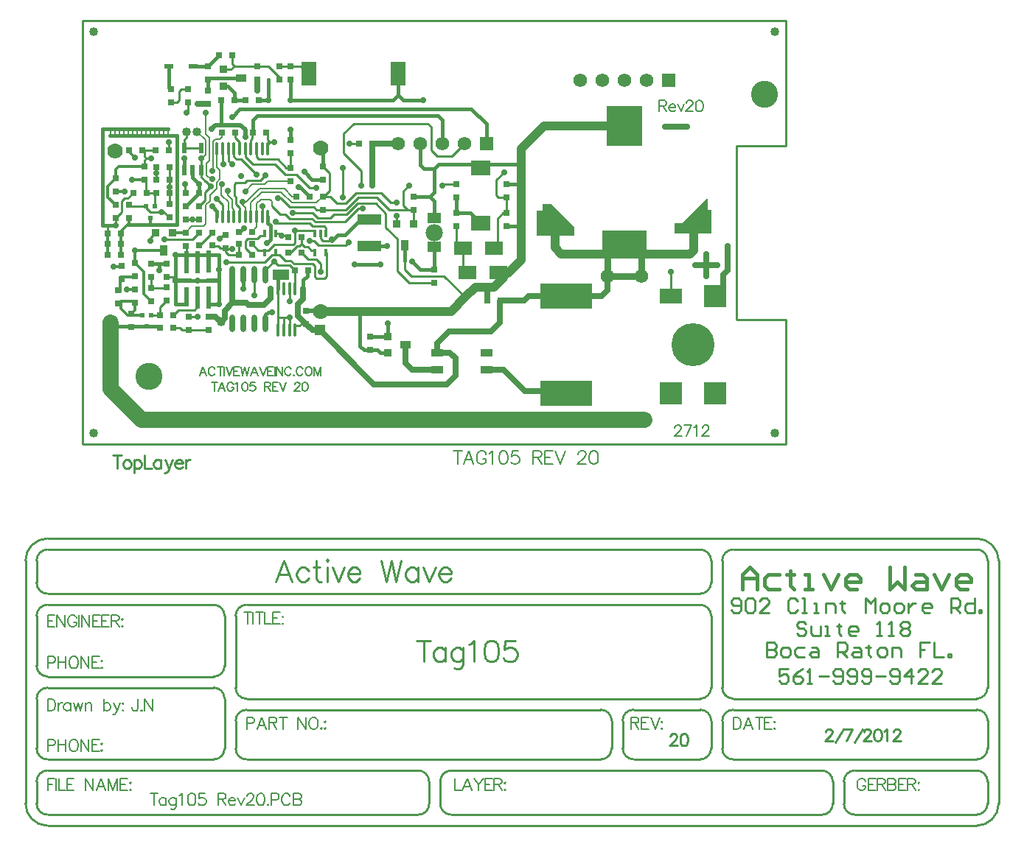
<source format=gtl>
%FSLAX25Y25*%
%MOIN*%
G70*
G01*
G75*
G04 Layer_Physical_Order=1*
G04 Layer_Color=255*
%ADD10R,0.01378X0.03543*%
%ADD11R,0.01378X0.03543*%
%ADD12R,0.05700X0.03500*%
%ADD13R,0.23622X0.11811*%
%ADD14R,0.03000X0.03000*%
%ADD15R,0.05000X0.03600*%
%ADD16R,0.03600X0.03600*%
%ADD17R,0.11000X0.04500*%
%ADD18R,0.03600X0.03600*%
%ADD19R,0.03600X0.05000*%
%ADD20R,0.02000X0.05000*%
%ADD21O,0.01600X0.06000*%
%ADD22R,0.02362X0.02362*%
%ADD23R,0.06299X0.05118*%
%ADD24O,0.01600X0.06000*%
%ADD25R,0.09000X0.02362*%
%ADD26R,0.02362X0.10000*%
%ADD27R,0.07000X0.02362*%
%ADD28R,0.02362X0.09000*%
%ADD29O,0.02400X0.08000*%
%ADD30R,0.10000X0.07000*%
%ADD31R,0.10000X0.10000*%
%ADD32C,0.02000*%
%ADD33R,0.20000X0.10000*%
%ADD34R,0.16000X0.18000*%
%ADD35R,0.09055X0.06693*%
%ADD36R,0.08000X0.06000*%
%ADD37C,0.01200*%
%ADD38R,0.07000X0.11000*%
%ADD39R,0.03000X0.03000*%
%ADD40R,0.03937X0.02165*%
%ADD41C,0.04000*%
%ADD42R,0.07400X0.04500*%
%ADD43C,0.04000*%
%ADD44C,0.01500*%
%ADD45C,0.02500*%
%ADD46C,0.00600*%
%ADD47C,0.01600*%
%ADD48C,0.01000*%
%ADD49C,0.01400*%
%ADD50C,0.00800*%
%ADD51C,0.02000*%
%ADD52C,0.03000*%
%ADD53C,0.07400*%
%ADD54C,0.01200*%
%ADD55C,0.00984*%
%ADD56C,0.00900*%
%ADD57C,0.00500*%
%ADD58C,0.06200*%
%ADD59R,0.06200X0.06200*%
%ADD60C,0.19500*%
%ADD61C,0.07000*%
%ADD62C,0.07800*%
%ADD63C,0.12200*%
%ADD64R,0.05000X0.05000*%
%ADD65C,0.02800*%
G36*
X217253Y93412D02*
Y89312D01*
X200354D01*
Y100612D01*
X203053D01*
Y103512D01*
X207154D01*
X217253Y93412D01*
D02*
G37*
G36*
X277654Y100912D02*
X279254D01*
Y90312D01*
X262754D01*
Y95012D01*
X265854D01*
X276853Y106012D01*
X277654D01*
Y100912D01*
D02*
G37*
D10*
X82459Y90431D02*
D03*
X105159D02*
D03*
D11*
X82459Y81769D02*
D03*
X77341D02*
D03*
X79900Y90431D02*
D03*
X77341D02*
D03*
X100041D02*
D03*
X102600D02*
D03*
X100041Y81769D02*
D03*
X105159D02*
D03*
D12*
X177800Y28750D02*
D03*
Y36450D02*
D03*
X155200Y28550D02*
D03*
Y36450D02*
D03*
D13*
X213500Y62047D02*
D03*
Y17953D02*
D03*
D14*
X125000Y37500D02*
D03*
Y43500D02*
D03*
X34900Y149559D02*
D03*
Y155559D02*
D03*
X26100Y65500D02*
D03*
Y59500D02*
D03*
X103600Y101100D02*
D03*
Y107100D02*
D03*
X47600Y102600D02*
D03*
Y96600D02*
D03*
X154000Y74000D02*
D03*
Y68000D02*
D03*
X15900Y97200D02*
D03*
Y103200D02*
D03*
X103500Y120600D02*
D03*
Y114600D02*
D03*
X9900Y115200D02*
D03*
Y109200D02*
D03*
Y103200D02*
D03*
Y97200D02*
D03*
X11100Y64694D02*
D03*
Y58694D02*
D03*
X33100Y76600D02*
D03*
Y70600D02*
D03*
X144500Y101000D02*
D03*
Y107000D02*
D03*
X41600Y96600D02*
D03*
Y102600D02*
D03*
X186500Y99500D02*
D03*
Y93500D02*
D03*
Y106500D02*
D03*
Y112500D02*
D03*
X164000Y99500D02*
D03*
Y93500D02*
D03*
Y112500D02*
D03*
Y106500D02*
D03*
X96087Y49300D02*
D03*
Y55300D02*
D03*
X34200Y97500D02*
D03*
Y103500D02*
D03*
X22900Y114700D02*
D03*
Y120700D02*
D03*
X89000Y114000D02*
D03*
Y120000D02*
D03*
X17100Y48100D02*
D03*
Y54100D02*
D03*
X52041Y46659D02*
D03*
Y52659D02*
D03*
X89000Y126500D02*
D03*
Y132500D02*
D03*
X43041Y46659D02*
D03*
Y52659D02*
D03*
X33000Y60100D02*
D03*
Y66100D02*
D03*
X18500Y59100D02*
D03*
Y65100D02*
D03*
X18600Y71100D02*
D03*
Y77100D02*
D03*
X51500Y160000D02*
D03*
Y166000D02*
D03*
X74000Y160000D02*
D03*
Y166000D02*
D03*
X84000Y160000D02*
D03*
Y166000D02*
D03*
X89000Y160000D02*
D03*
Y166000D02*
D03*
X41600Y84800D02*
D03*
Y90800D02*
D03*
X59600Y83600D02*
D03*
Y89600D02*
D03*
X12500Y75500D02*
D03*
Y69500D02*
D03*
X26100Y76600D02*
D03*
Y70600D02*
D03*
X42500Y155500D02*
D03*
Y149500D02*
D03*
X51500Y149000D02*
D03*
Y155000D02*
D03*
D15*
X66500Y160700D02*
D03*
X140900Y39900D02*
D03*
D16*
X58500Y157000D02*
D03*
Y164500D02*
D03*
X132900Y43700D02*
D03*
Y36200D02*
D03*
D17*
X124500Y84500D02*
D03*
Y96500D02*
D03*
D18*
X144500Y94500D02*
D03*
X137020D02*
D03*
X28100Y90800D02*
D03*
X35600D02*
D03*
D19*
X140760Y85051D02*
D03*
X31800Y82800D02*
D03*
D20*
X48600Y119100D02*
D03*
X44800D02*
D03*
X48600Y129100D02*
D03*
X41100D02*
D03*
Y119100D02*
D03*
D21*
X60887Y97891D02*
D03*
X71123D02*
D03*
X58328Y128600D02*
D03*
X60887D02*
D03*
X76241D02*
D03*
X66005D02*
D03*
X58328Y97891D02*
D03*
X55769Y128600D02*
D03*
X78800D02*
D03*
X76241Y97891D02*
D03*
X73682D02*
D03*
X71123Y128600D02*
D03*
X68564Y97891D02*
D03*
X66005D02*
D03*
X73682Y128600D02*
D03*
X63446D02*
D03*
X78800Y97891D02*
D03*
X68564Y128600D02*
D03*
X63446Y97891D02*
D03*
X55769D02*
D03*
D22*
X22100Y53300D02*
D03*
X26037D02*
D03*
X24069Y48182D02*
D03*
X25668Y97382D02*
D03*
X27637Y102500D02*
D03*
X23700D02*
D03*
D23*
X154015Y84204D02*
D03*
Y97196D02*
D03*
D24*
X85982Y65400D02*
D03*
X91100Y46715D02*
D03*
X88541Y65400D02*
D03*
X91100D02*
D03*
X83423Y46715D02*
D03*
X88541D02*
D03*
X85982D02*
D03*
X83423Y65400D02*
D03*
D25*
X40107Y69032D02*
D03*
D26*
X42100Y77400D02*
D03*
X47100D02*
D03*
X52000Y77500D02*
D03*
X52100Y61194D02*
D03*
X47100D02*
D03*
D27*
X54307Y69032D02*
D03*
D28*
X42100Y61694D02*
D03*
D29*
X77800Y49500D02*
D03*
X67800Y71500D02*
D03*
X77800D02*
D03*
X72800D02*
D03*
X62800D02*
D03*
X72800Y49500D02*
D03*
X67800D02*
D03*
X62800D02*
D03*
D30*
X261000Y62000D02*
D03*
D31*
Y18000D02*
D03*
X281000D02*
D03*
Y62000D02*
D03*
D32*
X208353Y94512D02*
D03*
X271354Y95012D02*
D03*
D33*
X239854Y86512D02*
D03*
D34*
Y138900D02*
D03*
D35*
X175000Y120098D02*
D03*
Y94902D02*
D03*
D36*
X169000Y72500D02*
D03*
X183000D02*
D03*
X181000Y83500D02*
D03*
X167000D02*
D03*
D37*
X37600Y134500D02*
D03*
X3900Y137800D02*
D03*
D38*
X137700Y162500D02*
D03*
X97300D02*
D03*
D39*
X71500Y91000D02*
D03*
X65500D02*
D03*
X56500Y171000D02*
D03*
X62500D02*
D03*
X74500Y150500D02*
D03*
X68500D02*
D03*
X63500D02*
D03*
X57500D02*
D03*
X41600Y108600D02*
D03*
X47600D02*
D03*
X184000Y60000D02*
D03*
X178000D02*
D03*
X47600Y90600D02*
D03*
X53600D02*
D03*
X21900Y128100D02*
D03*
X15900D02*
D03*
X34200Y120300D02*
D03*
X28200D02*
D03*
X34200Y114500D02*
D03*
X28200D02*
D03*
X29900Y53400D02*
D03*
X35900D02*
D03*
X28200Y108500D02*
D03*
X34200D02*
D03*
X71500Y80500D02*
D03*
X65500D02*
D03*
X6400Y90400D02*
D03*
X12400D02*
D03*
X71500Y85500D02*
D03*
X65500D02*
D03*
X36041Y47659D02*
D03*
X30041D02*
D03*
X18000Y108800D02*
D03*
X24000D02*
D03*
X120000Y131000D02*
D03*
X126000D02*
D03*
X97600Y107100D02*
D03*
X91600D02*
D03*
X72100Y136100D02*
D03*
X78100D02*
D03*
X58000Y136000D02*
D03*
X64000D02*
D03*
X97000Y73500D02*
D03*
X91000D02*
D03*
X28100Y128100D02*
D03*
X34100D02*
D03*
X53500Y85000D02*
D03*
X47500D02*
D03*
X88000Y88500D02*
D03*
X94000D02*
D03*
X88000Y81500D02*
D03*
X94000D02*
D03*
X6400Y80500D02*
D03*
X12400D02*
D03*
X6400Y85500D02*
D03*
X12400D02*
D03*
D40*
X44894Y166000D02*
D03*
X34106D02*
D03*
D41*
X0Y0D02*
D03*
X308000Y181500D02*
D03*
X0D02*
D03*
X308000Y0D02*
D03*
X41900Y136400D02*
D03*
X46700D02*
D03*
X57600Y50200D02*
D03*
D42*
X84600Y71800D02*
D03*
D43*
X181000Y66000D02*
X185250Y70250D01*
X168000Y61500D02*
X172500Y66000D01*
X178100D01*
X181000D01*
X187237Y72237D02*
X193300Y78300D01*
Y93500D01*
X102600Y55000D02*
X120400D01*
X161500D01*
X193300Y128700D02*
X203500Y138900D01*
X239854D01*
X269654Y81012D02*
X271354Y82712D01*
Y95012D01*
X208500Y84000D02*
Y94365D01*
X208353Y94512D02*
X208500Y94365D01*
Y84000D02*
X211488Y81012D01*
X161500Y55000D02*
X168000Y61500D01*
X193300Y93500D02*
Y112500D01*
Y121500D01*
Y128700D01*
X211488Y81012D02*
X269654D01*
D44*
X178000Y65900D02*
X178100Y66000D01*
X186974Y72500D02*
X187237Y72237D01*
X183000Y72500D02*
X186974D01*
X128900Y43500D02*
X129100Y43700D01*
X125000Y43500D02*
X128900D01*
X129100Y43700D02*
X132900D01*
X122200Y37500D02*
X125000D01*
X120400Y39300D02*
X122200Y37500D01*
X128300D02*
X129600Y36200D01*
X125000Y37500D02*
X128300D01*
X129600Y36200D02*
X132900D01*
X44894Y166000D02*
X51500D01*
X56500Y171000D01*
X120400Y39300D02*
Y55000D01*
X164000Y99500D02*
Y106500D01*
X170402Y99500D02*
X175000Y94902D01*
X164000Y99500D02*
X170402D01*
X154015Y98700D02*
Y105000D01*
Y98700D02*
X154315Y99000D01*
X154015Y109000D02*
Y119515D01*
X78800Y95100D02*
X79900Y94000D01*
X78800Y95100D02*
Y97891D01*
X44800Y115700D02*
Y119100D01*
X47600Y112700D02*
X47700Y112800D01*
X47600Y108600D02*
Y112700D01*
X44800Y115700D02*
X47700Y112800D01*
X94800Y65300D02*
X94800Y69200D01*
X152015Y107000D02*
X154015Y109000D01*
X152015Y107000D02*
X154015Y105000D01*
X144500Y107000D02*
X152015D01*
X40900Y120200D02*
Y124400D01*
X67800Y65300D02*
X67800Y65300D01*
Y71500D01*
X41600Y102600D02*
X47600Y108600D01*
X102500Y129000D02*
X103500Y128000D01*
X94800Y69200D02*
X96600Y71000D01*
Y73100D01*
X140760Y85051D02*
X140800Y85011D01*
Y78100D02*
Y85011D01*
X103500Y120600D02*
Y128000D01*
X132900Y43700D02*
Y49600D01*
X118100Y76300D02*
X129800D01*
X77800Y49500D02*
Y53700D01*
X78900Y54800D01*
X80600D01*
X155500Y143600D02*
X157500Y141600D01*
Y131000D02*
Y141600D01*
X72100Y136100D02*
Y141700D01*
X147500Y121300D02*
Y131000D01*
Y121300D02*
X149285Y119515D01*
X154015D01*
X156000Y121500D01*
X24069Y48182D02*
X29518D01*
X37100Y70800D02*
Y80800D01*
X47100Y78800D02*
Y80800D01*
X56600Y74100D02*
Y80800D01*
X38907Y69032D02*
X40107D01*
X47100D01*
X37100Y80800D02*
X42087D01*
X79900Y87600D02*
Y90431D01*
Y94000D01*
X186500Y93500D02*
X193300D01*
X186500Y112500D02*
X193300D01*
X72100Y141700D02*
X74000Y143600D01*
X155500D01*
X110200Y89500D02*
X113500D01*
X120500Y96500D01*
X124500D01*
X55769Y97891D02*
Y100232D01*
X53500Y102500D02*
X55769Y100232D01*
X154015Y74015D02*
Y84204D01*
X154000Y74000D02*
X154015Y74015D01*
X147500Y74000D02*
X154000D01*
X144000Y77500D02*
X147500Y74000D01*
X124500Y84500D02*
X132500D01*
X51500Y155000D02*
Y160000D01*
X63500Y150500D02*
X68500D01*
X79000D02*
Y160000D01*
X74500Y150500D02*
X79000D01*
X29600Y73700D02*
Y76600D01*
X26100D02*
X29600D01*
X33100D01*
X57500Y139300D02*
Y150500D01*
X89000D02*
Y160000D01*
X137700Y153000D02*
Y162500D01*
Y153000D02*
X139928Y150772D01*
X148872D01*
X89000Y150500D02*
X135200D01*
X137700Y153000D01*
X34106Y156352D02*
Y166000D01*
Y156352D02*
X34900Y155559D01*
X52200Y160700D02*
X66500D01*
X51500Y160000D02*
X52200Y160700D01*
X58500Y157000D02*
X60500D01*
X63500Y154000D01*
Y150500D02*
Y154000D01*
X62500Y143000D02*
X66100Y146600D01*
X170800D01*
X177500Y139900D01*
Y131000D02*
Y139900D01*
X78400Y86100D02*
X79900Y87600D01*
X78200Y86100D02*
X78400D01*
X9518Y48182D02*
X17100D01*
X24069D01*
X96600Y73100D02*
X97000Y73500D01*
X97100Y73600D01*
X37100Y58300D02*
X42100D01*
X37100D02*
Y69032D01*
Y70800D01*
X42087Y80800D02*
X42100D01*
X47100D01*
X52100Y58300D02*
X56600D01*
Y69032D01*
Y74100D01*
X47100Y69032D02*
X54307D01*
X55124D01*
X47100Y80800D02*
X52000D01*
X56600D01*
X107800Y87100D02*
X108050Y87350D01*
X110200Y89500D01*
X156000Y121500D02*
X175000D01*
X193300D01*
X98800Y114600D02*
X103500D01*
X95200Y118200D02*
X98800Y114600D01*
X89000Y132500D02*
Y137400D01*
X93400Y111300D02*
X97600Y107100D01*
X92800Y111300D02*
X93400D01*
X293352Y-70690D02*
Y-64025D01*
X296685Y-60693D01*
X300017Y-64025D01*
Y-70690D01*
Y-65691D01*
X293352D01*
X310014Y-64025D02*
X305015D01*
X303349Y-65691D01*
Y-69024D01*
X305015Y-70690D01*
X310014D01*
X315012Y-62359D02*
Y-64025D01*
X313346D01*
X316678D01*
X315012D01*
Y-69024D01*
X316678Y-70690D01*
X321676D02*
X325009D01*
X323342D01*
Y-64025D01*
X321676D01*
X330007D02*
X333339Y-70690D01*
X336672Y-64025D01*
X345002Y-70690D02*
X341670D01*
X340004Y-69024D01*
Y-65691D01*
X341670Y-64025D01*
X345002D01*
X346668Y-65691D01*
Y-67357D01*
X340004D01*
X359997Y-60693D02*
Y-70690D01*
X363330Y-67357D01*
X366662Y-70690D01*
Y-60693D01*
X371660Y-64025D02*
X374992D01*
X376659Y-65691D01*
Y-70690D01*
X371660D01*
X369994Y-69024D01*
X371660Y-67357D01*
X376659D01*
X379991Y-64025D02*
X383323Y-70690D01*
X386655Y-64025D01*
X394986Y-70690D02*
X391654D01*
X389988Y-69024D01*
Y-65691D01*
X391654Y-64025D01*
X394986D01*
X396652Y-65691D01*
Y-67357D01*
X389988D01*
D45*
X178000Y60000D02*
Y65900D01*
X183800Y59800D02*
X184000Y60000D01*
X183800Y49900D02*
Y59800D01*
X179800Y45900D02*
X183800Y49900D01*
X160500Y45900D02*
X179800D01*
X155200Y40600D02*
X160500Y45900D01*
X155200Y36450D02*
Y40600D01*
X140900Y31800D02*
X144150Y28550D01*
X155200D01*
X140900Y31800D02*
Y39900D01*
X212353Y19100D02*
X213500Y17953D01*
X195100Y19100D02*
X212353D01*
X185450Y28750D02*
X195100Y19100D01*
X177800Y28750D02*
X185450D01*
X229747Y62047D02*
X232254Y64553D01*
Y71112D01*
X213500Y62047D02*
X229747D01*
X184000Y60000D02*
X194600D01*
X196647Y62047D01*
X213500D01*
X102400Y46500D02*
X126800Y22100D01*
X159500D01*
X163500Y26100D01*
Y34100D01*
X161150Y36450D02*
X163500Y34100D01*
X155200Y36450D02*
X161150D01*
X284500Y71500D02*
X286500Y73500D01*
X284500Y65500D02*
Y71500D01*
X281000Y62000D02*
X284500Y65500D01*
X277000Y70900D02*
Y80900D01*
Y75900D02*
X282000D01*
X272000D02*
X277000D01*
X258300Y138800D02*
X268300D01*
X92400Y52987D02*
Y58359D01*
X94800Y60759D01*
X62800Y58918D02*
Y71500D01*
X94800Y60759D02*
Y65300D01*
X62800Y58918D02*
X69082D01*
X70000Y58000D01*
X77082D01*
X80000Y60918D01*
Y65300D01*
X98887Y46500D02*
X102400D01*
X52041Y52659D02*
X55141D01*
X57600Y50200D01*
X59300Y55418D02*
X62800Y58918D01*
X59300Y51900D02*
Y55418D01*
X57600Y50200D02*
X59300Y51900D01*
X96087Y49300D02*
X98887Y46500D01*
X92400Y52987D02*
X96087Y49300D01*
X286500Y73500D02*
Y80500D01*
Y84500D01*
X126000Y131000D02*
X137500D01*
X126000Y112000D02*
Y131000D01*
X74000Y155000D02*
Y160000D01*
X47000Y149000D02*
X51500D01*
D46*
X15500Y134500D02*
Y137800D01*
X13500Y134500D02*
Y137800D01*
X17500Y134500D02*
Y137800D01*
X9500Y134500D02*
Y137800D01*
X7500Y134500D02*
Y137800D01*
X11500Y134500D02*
Y137800D01*
X25500Y134500D02*
Y137800D01*
X23500Y134500D02*
Y137800D01*
X27500Y134500D02*
Y137800D01*
X19500Y134500D02*
Y137800D01*
X21500Y134500D02*
Y137800D01*
X29500Y134500D02*
Y137800D01*
X33500Y134500D02*
Y137800D01*
X31500Y134500D02*
Y137800D01*
X50947Y26000D02*
X49424Y29999D01*
X47900Y26000D01*
X48471Y27333D02*
X50376D01*
X54737Y29047D02*
X54546Y29428D01*
X54165Y29809D01*
X53785Y29999D01*
X53023D01*
X52642Y29809D01*
X52261Y29428D01*
X52070Y29047D01*
X51880Y28476D01*
Y27523D01*
X52070Y26952D01*
X52261Y26571D01*
X52642Y26190D01*
X53023Y26000D01*
X53785D01*
X54165Y26190D01*
X54546Y26571D01*
X54737Y26952D01*
X57193Y29999D02*
Y26000D01*
X55860Y29999D02*
X58526D01*
X59002D02*
Y26000D01*
X59840Y29999D02*
X61364Y26000D01*
X62887Y29999D02*
X61364Y26000D01*
X65877Y29999D02*
X63401D01*
Y26000D01*
X65877D01*
X63401Y28095D02*
X64925D01*
X66544Y29999D02*
X67496Y26000D01*
X68448Y29999D02*
X67496Y26000D01*
X68448Y29999D02*
X69400Y26000D01*
X70352Y29999D02*
X69400Y26000D01*
X74199D02*
X72676Y29999D01*
X71152Y26000D01*
X71724Y27333D02*
X73628D01*
X75132Y29999D02*
X76656Y26000D01*
X78179Y29999D02*
X76656Y26000D01*
X81169Y29999D02*
X78693D01*
Y26000D01*
X81169D01*
X78693Y28095D02*
X80217D01*
X81836Y29999D02*
Y26000D01*
X82674Y29999D02*
Y26000D01*
Y29999D02*
X85340Y26000D01*
Y29999D02*
Y26000D01*
X89301Y29047D02*
X89110Y29428D01*
X88729Y29809D01*
X88349Y29999D01*
X87587D01*
X87206Y29809D01*
X86825Y29428D01*
X86635Y29047D01*
X86444Y28476D01*
Y27523D01*
X86635Y26952D01*
X86825Y26571D01*
X87206Y26190D01*
X87587Y26000D01*
X88349D01*
X88729Y26190D01*
X89110Y26571D01*
X89301Y26952D01*
X90615Y26381D02*
X90424Y26190D01*
X90615Y26000D01*
X90805Y26190D01*
X90615Y26381D01*
X94538Y29047D02*
X94347Y29428D01*
X93966Y29809D01*
X93585Y29999D01*
X92824D01*
X92443Y29809D01*
X92062Y29428D01*
X91872Y29047D01*
X91681Y28476D01*
Y27523D01*
X91872Y26952D01*
X92062Y26571D01*
X92443Y26190D01*
X92824Y26000D01*
X93585D01*
X93966Y26190D01*
X94347Y26571D01*
X94538Y26952D01*
X96804Y29999D02*
X96423Y29809D01*
X96042Y29428D01*
X95852Y29047D01*
X95661Y28476D01*
Y27523D01*
X95852Y26952D01*
X96042Y26571D01*
X96423Y26190D01*
X96804Y26000D01*
X97566D01*
X97946Y26190D01*
X98327Y26571D01*
X98518Y26952D01*
X98708Y27523D01*
Y28476D01*
X98518Y29047D01*
X98327Y29428D01*
X97946Y29809D01*
X97566Y29999D01*
X96804D01*
X99641D02*
Y26000D01*
Y29999D02*
X101165Y26000D01*
X102688Y29999D02*
X101165Y26000D01*
X102688Y29999D02*
Y26000D01*
X54533Y22999D02*
Y19000D01*
X53200Y22999D02*
X55866D01*
X59389Y19000D02*
X57866Y22999D01*
X56342Y19000D01*
X56914Y20333D02*
X58818D01*
X63179Y22047D02*
X62988Y22428D01*
X62608Y22809D01*
X62227Y22999D01*
X61465D01*
X61084Y22809D01*
X60703Y22428D01*
X60513Y22047D01*
X60322Y21476D01*
Y20524D01*
X60513Y19952D01*
X60703Y19571D01*
X61084Y19190D01*
X61465Y19000D01*
X62227D01*
X62608Y19190D01*
X62988Y19571D01*
X63179Y19952D01*
Y20524D01*
X62227D02*
X63179D01*
X64093Y22237D02*
X64474Y22428D01*
X65045Y22999D01*
Y19000D01*
X68168Y22999D02*
X67597Y22809D01*
X67216Y22237D01*
X67026Y21285D01*
Y20714D01*
X67216Y19762D01*
X67597Y19190D01*
X68168Y19000D01*
X68549D01*
X69120Y19190D01*
X69501Y19762D01*
X69692Y20714D01*
Y21285D01*
X69501Y22237D01*
X69120Y22809D01*
X68549Y22999D01*
X68168D01*
X72872D02*
X70968D01*
X70777Y21285D01*
X70968Y21476D01*
X71539Y21666D01*
X72110D01*
X72681Y21476D01*
X73062Y21095D01*
X73253Y20524D01*
Y20143D01*
X73062Y19571D01*
X72681Y19190D01*
X72110Y19000D01*
X71539D01*
X70968Y19190D01*
X70777Y19381D01*
X70587Y19762D01*
X77290Y22999D02*
Y19000D01*
Y22999D02*
X79004D01*
X79575Y22809D01*
X79766Y22618D01*
X79956Y22237D01*
Y21857D01*
X79766Y21476D01*
X79575Y21285D01*
X79004Y21095D01*
X77290D01*
X78623D02*
X79956Y19000D01*
X83327Y22999D02*
X80851D01*
Y19000D01*
X83327D01*
X80851Y21095D02*
X82375D01*
X83993Y22999D02*
X85517Y19000D01*
X87040Y22999D02*
X85517Y19000D01*
X90887Y22047D02*
Y22237D01*
X91078Y22618D01*
X91268Y22809D01*
X91649Y22999D01*
X92411D01*
X92791Y22809D01*
X92982Y22618D01*
X93172Y22237D01*
Y21857D01*
X92982Y21476D01*
X92601Y20904D01*
X90697Y19000D01*
X93363D01*
X95401Y22999D02*
X94829Y22809D01*
X94448Y22237D01*
X94258Y21285D01*
Y20714D01*
X94448Y19762D01*
X94829Y19190D01*
X95401Y19000D01*
X95781D01*
X96353Y19190D01*
X96733Y19762D01*
X96924Y20714D01*
Y21285D01*
X96733Y22237D01*
X96353Y22809D01*
X95781Y22999D01*
X95401D01*
X164501Y-8097D02*
Y-14100D01*
X162500Y-8097D02*
X166502D01*
X171790Y-14100D02*
X169503Y-8097D01*
X167216Y-14100D01*
X168074Y-12099D02*
X170932D01*
X177478Y-9527D02*
X177192Y-8955D01*
X176620Y-8383D01*
X176049Y-8097D01*
X174906D01*
X174334Y-8383D01*
X173762Y-8955D01*
X173476Y-9527D01*
X173190Y-10384D01*
Y-11813D01*
X173476Y-12671D01*
X173762Y-13242D01*
X174334Y-13814D01*
X174906Y-14100D01*
X176049D01*
X176620Y-13814D01*
X177192Y-13242D01*
X177478Y-12671D01*
Y-11813D01*
X176049D02*
X177478D01*
X178850Y-9241D02*
X179422Y-8955D01*
X180279Y-8097D01*
Y-14100D01*
X184967Y-8097D02*
X184109Y-8383D01*
X183538Y-9241D01*
X183252Y-10670D01*
Y-11527D01*
X183538Y-12957D01*
X184109Y-13814D01*
X184967Y-14100D01*
X185539D01*
X186396Y-13814D01*
X186968Y-12957D01*
X187254Y-11527D01*
Y-10670D01*
X186968Y-9241D01*
X186396Y-8383D01*
X185539Y-8097D01*
X184967D01*
X192027D02*
X189169D01*
X188883Y-10670D01*
X189169Y-10384D01*
X190026Y-10098D01*
X190884D01*
X191742Y-10384D01*
X192313Y-10956D01*
X192599Y-11813D01*
Y-12385D01*
X192313Y-13242D01*
X191742Y-13814D01*
X190884Y-14100D01*
X190026D01*
X189169Y-13814D01*
X188883Y-13528D01*
X188597Y-12957D01*
X198659Y-8097D02*
Y-14100D01*
Y-8097D02*
X201231D01*
X202089Y-8383D01*
X202375Y-8669D01*
X202661Y-9241D01*
Y-9812D01*
X202375Y-10384D01*
X202089Y-10670D01*
X201231Y-10956D01*
X198659D01*
X200660D02*
X202661Y-14100D01*
X207720Y-8097D02*
X204004D01*
Y-14100D01*
X207720D01*
X204004Y-10956D02*
X206291D01*
X208720Y-8097D02*
X211007Y-14100D01*
X213294Y-8097D02*
X211007Y-14100D01*
X219068Y-9527D02*
Y-9241D01*
X219354Y-8669D01*
X219639Y-8383D01*
X220211Y-8097D01*
X221355D01*
X221926Y-8383D01*
X222212Y-8669D01*
X222498Y-9241D01*
Y-9812D01*
X222212Y-10384D01*
X221640Y-11242D01*
X218782Y-14100D01*
X222784D01*
X225842Y-8097D02*
X224985Y-8383D01*
X224413Y-9241D01*
X224127Y-10670D01*
Y-11527D01*
X224413Y-12957D01*
X224985Y-13814D01*
X225842Y-14100D01*
X226414D01*
X227272Y-13814D01*
X227843Y-12957D01*
X228129Y-11527D01*
Y-10670D01*
X227843Y-9241D01*
X227272Y-8383D01*
X226414Y-8097D01*
X225842D01*
D47*
X3900Y137800D02*
X7500D01*
X9500D01*
X11500D01*
X13500D01*
X15500D01*
X17500D01*
X19500D01*
X21500D01*
X23500D01*
X25500D01*
X27500D01*
X29500D01*
X31500D01*
X33500D01*
X7200Y134500D02*
X7500D01*
X9500D01*
X11500D01*
X13500D01*
X15500D01*
X17500D01*
X19500D01*
X21500D01*
X23500D01*
X25500D01*
X27500D01*
X29500D01*
X31500D01*
X33500D01*
X37600D01*
Y94200D02*
Y134500D01*
X83423Y65400D02*
Y71800D01*
X84600D01*
X3900Y93900D02*
Y137800D01*
Y93900D02*
X6400D01*
X9900D01*
X15300Y94300D02*
X37200D01*
D48*
X66400Y91000D02*
X68000Y92600D01*
X65500Y91000D02*
X66400D01*
X41100Y129100D02*
X48600D01*
X140000Y103000D02*
X142000Y101000D01*
X144500D01*
X133500D02*
X142000D01*
X103950Y107100D02*
X106900D01*
X103600D02*
X103950D01*
X106600Y109750D01*
X115500Y131000D02*
X120000D01*
X73900Y88100D02*
X75200Y89400D01*
X69544Y88100D02*
X73900D01*
X68500Y87056D02*
X69544Y88100D01*
X68500Y83700D02*
Y87056D01*
X62500Y167000D02*
X63500Y166000D01*
X62500Y167000D02*
Y171000D01*
X62000Y164500D02*
X63500Y166000D01*
X58500Y164500D02*
X62000D01*
X63500Y166000D02*
X74000D01*
X78800Y128600D02*
Y130800D01*
X41100Y129100D02*
Y132900D01*
X87100Y89400D02*
X88000Y88500D01*
X84900Y89400D02*
X87100D01*
X83869Y90431D02*
X84900Y89400D01*
X82459Y90431D02*
X83869D01*
X112500Y106800D02*
Y120000D01*
X157500Y112000D02*
X158000Y112500D01*
X164000D01*
X182087Y114587D02*
X185500Y118000D01*
X182087Y107500D02*
Y114587D01*
Y107500D02*
X183087Y106500D01*
X186500D01*
X182500Y85000D02*
Y97000D01*
X185000Y99500D01*
X181000Y83500D02*
X182500Y85000D01*
X185000Y99500D02*
X186500D01*
Y106500D01*
X164000Y86500D02*
X167000Y83500D01*
X164000Y86500D02*
Y93500D01*
X167000Y74500D02*
Y83500D01*
Y74500D02*
X169000Y72500D01*
X55500Y106000D02*
X58328Y103172D01*
Y97891D02*
Y103172D01*
X50400Y105400D02*
Y108900D01*
X53000Y111500D01*
X50400Y114000D02*
Y114100D01*
X50500Y114000D02*
X53000Y111500D01*
X57987Y112487D02*
X58013D01*
X140000Y103000D02*
Y109500D01*
X142500Y112000D01*
X106900Y107100D02*
X110000Y104000D01*
X261000Y62000D02*
Y73000D01*
X63446Y125100D02*
Y128600D01*
X103600Y106800D02*
Y107100D01*
X41100Y132900D02*
X41900Y133700D01*
Y136400D01*
X102600Y88000D02*
X103500Y87100D01*
X102600Y88000D02*
Y90431D01*
X97700Y86900D02*
X99800D01*
X101800Y84900D01*
X100800Y78600D02*
X102600Y76800D01*
Y73100D02*
Y76800D01*
X96900Y78600D02*
X100800D01*
Y70000D02*
X104300D01*
X90746Y76500D02*
X99100D01*
X99900Y75700D01*
X105159Y81769D02*
X105300Y81628D01*
Y71000D02*
Y81628D01*
X104300Y70000D02*
X105300Y71000D01*
X99900Y70900D02*
X100800Y70000D01*
X99900Y70900D02*
Y75700D01*
X98472Y82800D02*
X100000D01*
X96972Y84300D02*
X98472Y82800D01*
X94000Y85500D02*
X95200Y84300D01*
X96972D01*
X60887Y123113D02*
X62500Y121500D01*
X60887Y123113D02*
Y128600D01*
X58328Y121672D02*
Y128600D01*
X91100Y48500D02*
X93087D01*
X77300Y90390D02*
X77341Y90431D01*
X77300Y89400D02*
Y90390D01*
X75200Y89400D02*
X77300D01*
X94000Y85500D02*
Y88500D01*
X93000Y84500D02*
X94000Y85500D01*
X92100Y84500D02*
X93000D01*
X89100Y81500D02*
X92100Y84500D01*
X88000Y81500D02*
X89100D01*
X91100Y86100D02*
Y90900D01*
X81600Y85400D02*
X90400D01*
X91100Y86100D01*
X91700Y91500D02*
X100000D01*
X91100Y90900D02*
X91700Y91500D01*
X100000Y90472D02*
X100041Y90431D01*
X100000Y90472D02*
Y91500D01*
X79000Y82800D02*
X81600Y85400D01*
X77300Y77400D02*
X80500Y80600D01*
X86500Y78100D02*
X89146D01*
X84000Y80600D02*
X86500Y78100D01*
X94000Y81500D02*
X96900Y78600D01*
X89146Y78100D02*
X90746Y76500D01*
X83300Y75900D02*
X88800D01*
X81500Y77700D02*
X83300Y75900D01*
X48600Y115900D02*
X50400Y114100D01*
X72800Y62400D02*
X72800Y71500D01*
X77800D02*
Y74000D01*
X59600Y82000D02*
X61000Y80600D01*
X59600Y82000D02*
Y83600D01*
X31900Y87800D02*
X32000Y87700D01*
X44700D01*
X47600Y90600D01*
X48100Y85100D02*
X53600Y90600D01*
X47600Y85100D02*
X48100D01*
X16600Y102500D02*
X23700D01*
X15900Y103200D02*
X16600Y102500D01*
X47600Y102600D02*
X50400Y105400D01*
X33900Y128900D02*
Y131500D01*
X41200Y109000D02*
Y112800D01*
Y109000D02*
X41600Y108600D01*
X9900Y93900D02*
Y97200D01*
X18000Y108700D02*
Y108800D01*
X15900Y127300D02*
X18600Y124600D01*
X22100Y128100D02*
X22900Y127400D01*
Y114700D02*
X23700Y113900D01*
Y109100D02*
Y113900D01*
X24300Y108500D02*
X28200D01*
X27637Y107937D02*
X28200Y108500D01*
X27637Y102500D02*
Y107937D01*
X23700Y102000D02*
X25700Y100000D01*
X31700D02*
X34200Y97500D01*
X23700Y102000D02*
Y102500D01*
X25700Y88400D02*
X28100Y90800D01*
X25700Y87000D02*
Y88400D01*
X41600Y84800D02*
X42087Y84313D01*
X93087Y48500D02*
X93887Y49300D01*
X43041Y52659D02*
X47041D01*
X39041Y47659D02*
X40041Y46659D01*
X36041Y47659D02*
X39041D01*
X29518Y48182D02*
X30041Y47659D01*
X88541Y59659D02*
Y65400D01*
X33100Y70600D02*
X36900D01*
X33100Y76600D02*
X33100Y76600D01*
X26100Y65500D02*
Y70600D01*
X32400Y65500D02*
X33000Y66100D01*
X26100Y65500D02*
X32400D01*
X29900Y57000D02*
X33000Y60100D01*
X47100Y57300D02*
Y59194D01*
X45600Y55800D02*
X47100Y57300D01*
X38300Y55800D02*
X45600D01*
X35900Y53400D02*
X38300Y55800D01*
X88541Y46715D02*
Y52215D01*
X85982Y46715D02*
Y52156D01*
X144500Y94500D02*
Y101000D01*
X9900Y97200D02*
X12728Y100028D01*
Y105012D01*
X13909Y106193D01*
X15393D01*
X18000Y108800D01*
X22900Y125154D02*
Y127400D01*
Y123451D02*
X23752Y124303D01*
X22900Y125154D02*
X23752Y124303D01*
X22900Y120700D02*
Y123451D01*
X22100Y128100D02*
X28100D01*
X23752Y124303D02*
X26011D01*
X26114Y124200D01*
X71800Y133200D02*
Y135800D01*
X72100Y136100D01*
X78100D02*
X78800Y135400D01*
X137020Y94500D02*
Y98280D01*
X137000Y98300D02*
X137020Y98280D01*
X142600Y68000D02*
X154000D01*
X137200Y73400D02*
X142600Y68000D01*
X137200Y73400D02*
Y88000D01*
X60000Y77400D02*
X77300D01*
X77800Y74000D02*
X81500Y77700D01*
X54200Y84500D02*
X56300D01*
X57200Y83600D01*
X59600D01*
X57100Y88100D02*
X58600Y89600D01*
X59600D01*
X103500Y120600D02*
X106600Y117500D01*
Y109750D02*
Y117500D01*
X79800Y131800D02*
X81700D01*
X78800Y132800D02*
Y135400D01*
Y130800D02*
X79800Y131800D01*
X78800Y132800D02*
X79800Y131800D01*
X103600Y101100D02*
X103700Y101000D01*
X100700Y101100D02*
X103600D01*
X140760Y73940D02*
Y85051D01*
Y73940D02*
X143600Y71100D01*
X158400D01*
X152600Y128000D02*
Y138500D01*
Y128000D02*
X155200Y125400D01*
X151000Y140100D02*
X152600Y138500D01*
X34200Y103500D02*
Y108500D01*
Y111400D01*
Y114500D01*
Y120300D01*
X24000Y108800D02*
X24300Y108500D01*
X23700Y109100D02*
X24000Y108800D01*
X40041Y46659D02*
X43041D01*
X52041D01*
X6400Y88700D02*
Y90400D01*
Y93900D01*
X25700Y100000D02*
X30800D01*
X31700D01*
X29900Y53300D02*
Y53400D01*
Y57000D01*
X48600Y115900D02*
Y119100D01*
Y124400D01*
X41600Y96600D02*
X44600D01*
X47600D01*
X93887Y49300D02*
X96087D01*
X36900Y70600D02*
X37100Y70800D01*
X42087Y80800D02*
Y84313D01*
X83423Y46715D02*
Y52215D01*
Y65400D01*
X47100Y80800D02*
X47587Y81287D01*
X15900Y127300D02*
Y128100D01*
Y128400D01*
X28200Y114500D02*
Y117500D01*
Y120300D01*
X85982Y52156D02*
X86041Y52215D01*
X83423D02*
X86041D01*
X88541D01*
X158400Y71100D02*
X168000Y61500D01*
X113000Y126500D02*
Y135500D01*
X117600Y140100D01*
X151000D01*
X118500Y108500D02*
X130000D01*
X114000Y104000D02*
X118500Y108500D01*
X110000Y104000D02*
X114000D01*
X130000Y108500D02*
X134200Y104300D01*
X137000D01*
X119500Y106500D02*
X128000D01*
X103700Y101000D02*
X114000D01*
X119500Y106500D01*
X128000D02*
X133500Y101000D01*
X127500Y104000D02*
X132135Y99365D01*
X119300Y104000D02*
X127500D01*
X132135Y93065D02*
Y99365D01*
Y93065D02*
X137200Y88000D01*
X121000Y112000D02*
Y118500D01*
X113000Y126500D02*
X121000Y118500D01*
X119500Y101500D02*
X121500D01*
X74000Y166000D02*
X79000D01*
X84000Y160000D02*
Y161000D01*
X79000Y166000D02*
X84000Y161000D01*
Y166000D02*
X89000D01*
X93800D01*
X97300Y162500D01*
X34900Y149559D02*
X37559D01*
X38500Y150500D01*
Y154500D02*
X39500Y155500D01*
X38500Y150500D02*
Y154500D01*
X39500Y155500D02*
X42500D01*
X65500Y80500D02*
Y80600D01*
Y85500D01*
X155200Y125400D02*
X161900D01*
X167500Y131000D01*
X42500Y145500D02*
Y149500D01*
X26037Y53300D02*
X29900D01*
X48400Y119100D02*
Y120200D01*
X80500Y80600D02*
X82459D01*
X84000D01*
X68500Y83700D02*
X71600Y80600D01*
Y85600D02*
X74400Y82800D01*
X77341D01*
X79000D01*
X76241Y97891D02*
Y102541D01*
X68500Y128536D02*
X68564Y128600D01*
X103600Y106750D02*
X103775Y106925D01*
X103950Y107100D01*
X66005Y97891D02*
Y101995D01*
X80600Y102800D02*
X84300Y99100D01*
X105159Y90431D02*
Y92641D01*
X91100Y65400D02*
Y73500D01*
Y73600D01*
X113900Y84900D02*
X115300Y86300D01*
X101800Y84900D02*
X113900D01*
X60000Y83200D02*
X62600D01*
X59600Y83600D02*
X60000Y83200D01*
X53600Y85100D02*
X54200Y84500D01*
X61000Y80600D02*
X65500D01*
X65600D01*
X103500Y87100D02*
X107800D01*
X89000Y120000D02*
Y126500D01*
X91700Y117000D02*
X97800Y110900D01*
X100600D01*
X73682Y124818D02*
Y128600D01*
Y124818D02*
X74600Y123900D01*
X87000Y120100D02*
X88900D01*
X74600Y123900D02*
X83200D01*
X87000Y120100D01*
X86600Y117000D02*
X91700D01*
X81900Y121700D02*
X86600Y117000D01*
X88800Y75900D02*
X91100Y73600D01*
X71123Y128600D02*
Y132523D01*
X71800Y133200D01*
X64000Y133500D02*
Y136000D01*
Y133500D02*
X66005Y131495D01*
Y128600D02*
Y131495D01*
X71900Y121700D02*
X81900D01*
X68564Y125036D02*
Y128600D01*
Y125036D02*
X71900Y121700D01*
X66610Y123990D02*
X73600Y117000D01*
X63446Y125100D02*
X64555Y123990D01*
X66610D01*
X104200Y93600D02*
X105159Y92641D01*
X113500Y95500D02*
X119500Y101500D01*
X84300Y99100D02*
X86600D01*
X83300Y106200D02*
X84800D01*
X88700Y102300D01*
X99500D01*
X100700Y101100D01*
X100200Y95500D02*
X113500D01*
X114300Y99000D02*
X119300Y104000D01*
X108700Y99000D02*
X114300D01*
X101300Y97300D02*
X107000D01*
X108700Y99000D01*
X98935Y99665D02*
X101300Y97300D01*
X89835Y99665D02*
X98935D01*
X98700Y97000D02*
X100200Y95500D01*
X86600Y99100D02*
X88700Y97000D01*
X98700D01*
X99000Y93600D02*
X104200D01*
X97700Y94900D02*
X99000Y93600D01*
X82400Y95800D02*
X83300Y94900D01*
X97700D01*
X64487Y103513D02*
X66005Y101995D01*
X64487Y103513D02*
Y106813D01*
X75300Y114300D02*
X77600Y116600D01*
X64400Y113400D02*
X68300D01*
X63500Y107800D02*
X64487Y106813D01*
X63500Y107800D02*
Y112500D01*
X64400Y113400D01*
X68300D02*
X69200Y114300D01*
X75300D01*
X-5000Y186500D02*
X313000D01*
Y130000D02*
Y186500D01*
X290500Y62000D02*
Y122900D01*
X313000Y-5000D02*
Y51400D01*
X-5000Y-5000D02*
X313000D01*
X-5000D02*
Y186500D01*
X299000Y51400D02*
X313000D01*
X290500D02*
Y63000D01*
Y51400D02*
X302000D01*
X290500Y121500D02*
Y130000D01*
X313000D01*
X404192Y-130118D02*
G03*
X399292Y-125218I-4900J0D01*
G01*
X289192D02*
G03*
X284192Y-130218I0J-5000D01*
G01*
X399192Y-120218D02*
G03*
X404192Y-115218I0J5000D01*
G01*
X284192D02*
G03*
X289192Y-120218I5000J0D01*
G01*
X-20808Y-47718D02*
G03*
X-30808Y-57718I0J-10000D01*
G01*
Y-167618D02*
G03*
X-20884Y-177716I10100J0D01*
G01*
X399192Y-177718D02*
G03*
X409192Y-167718I0J10000D01*
G01*
Y-57718D02*
G03*
X399192Y-47718I-10000J0D01*
G01*
X404192Y-57618D02*
G03*
X399121Y-52721I-4900J0D01*
G01*
X399192Y-147718D02*
G03*
X404192Y-142718I0J5000D01*
G01*
X404192Y-157630D02*
G03*
X399192Y-152717I-5000J-87D01*
G01*
Y-172718D02*
G03*
X404192Y-167718I0J5000D01*
G01*
X274192Y-147718D02*
G03*
X279192Y-142718I0J5000D01*
G01*
X284192Y-142818D02*
G03*
X289177Y-147717I4900J0D01*
G01*
X279192Y-130118D02*
G03*
X274292Y-125218I-4900J0D01*
G01*
X-25808Y-167718D02*
G03*
X-20895Y-172717I5000J0D01*
G01*
X274279Y-120218D02*
G03*
X279193Y-115218I-87J5000D01*
G01*
X-20808Y-152718D02*
G03*
X-25808Y-157718I0J-5000D01*
G01*
X279192Y-82718D02*
G03*
X274192Y-77718I-5000J0D01*
G01*
Y-72718D02*
G03*
X279192Y-67718I0J5000D01*
G01*
X289192Y-52718D02*
G03*
X284192Y-57718I0J-5000D01*
G01*
X279192D02*
G03*
X274192Y-52718I-5000J0D01*
G01*
X-20808D02*
G03*
X-25808Y-57718I0J-5000D01*
G01*
Y-67718D02*
G03*
X-20808Y-72718I5000J0D01*
G01*
Y-77718D02*
G03*
X-25808Y-82718I0J-5000D01*
G01*
Y-105218D02*
G03*
X-20808Y-110218I5000J0D01*
G01*
Y-115218D02*
G03*
X-25808Y-120218I0J-5000D01*
G01*
Y-142718D02*
G03*
X-20895Y-147717I5000J0D01*
G01*
X69192Y-77718D02*
G03*
X64192Y-82718I0J-5000D01*
G01*
X69192Y-125218D02*
G03*
X64192Y-130218I0J-5000D01*
G01*
X243992Y-125218D02*
G03*
X239199Y-130269I0J-4800D01*
G01*
X239192Y-142618D02*
G03*
X244203Y-147717I5100J0D01*
G01*
X229292Y-147718D02*
G03*
X234191Y-142732I0J4900D01*
G01*
X234192Y-130118D02*
G03*
X229292Y-125218I-4900J0D01*
G01*
X54292Y-147718D02*
G03*
X59192Y-142818I0J4900D01*
G01*
X64192D02*
G03*
X69092Y-147718I4900J0D01*
G01*
X64192Y-115318D02*
G03*
X69092Y-120218I4900J0D01*
G01*
X59192Y-120118D02*
G03*
X54121Y-115221I-4900J0D01*
G01*
X54392Y-110218D02*
G03*
X59192Y-105418I0J4800D01*
G01*
Y-82618D02*
G03*
X54292Y-77718I-4900J0D01*
G01*
X344192Y-152718D02*
G03*
X339192Y-157718I0J-5000D01*
G01*
Y-167818D02*
G03*
X344178Y-172717I4900J0D01*
G01*
X329308Y-172718D02*
G03*
X334190Y-167750I84J4800D01*
G01*
X334192Y-157718D02*
G03*
X329192Y-152718I-5000J0D01*
G01*
X156692Y-167718D02*
G03*
X161605Y-172717I5000J0D01*
G01*
X161692Y-152718D02*
G03*
X156692Y-157718I0J-5000D01*
G01*
X146808Y-172718D02*
G03*
X151690Y-167750I84J4800D01*
G01*
X151692Y-157718D02*
G03*
X146692Y-152718I-5000J0D01*
G01*
X404192Y-142718D02*
Y-130118D01*
X284192Y-142718D02*
Y-130218D01*
X404192Y-115218D02*
Y-57718D01*
X284192Y-115218D02*
Y-57718D01*
X-30808Y-167718D02*
Y-57718D01*
X-25808Y-167718D02*
Y-157718D01*
X404192Y-167718D02*
Y-157718D01*
X279192Y-142718D02*
Y-130218D01*
X239192Y-142718D02*
Y-130218D01*
X64192Y-142718D02*
Y-130218D01*
X234192Y-142718D02*
Y-130218D01*
X64192Y-115218D02*
Y-82718D01*
X279192Y-115218D02*
Y-82718D01*
Y-67718D02*
Y-57718D01*
X-25808Y-67718D02*
Y-57718D01*
X59192Y-105218D02*
Y-82718D01*
X-25808Y-105218D02*
Y-82718D01*
X59192Y-142718D02*
Y-120218D01*
X-25808Y-142718D02*
Y-120218D01*
X409192Y-167718D02*
Y-57718D01*
X339192Y-167718D02*
Y-157718D01*
X334192Y-167718D02*
Y-157718D01*
X156692Y-167718D02*
Y-157718D01*
X151692Y-167718D02*
Y-157718D01*
X289192Y-125218D02*
X399192D01*
X289192Y-120218D02*
X399192D01*
X69192D02*
X274192D01*
X289192Y-52718D02*
X399192D01*
X289192Y-147718D02*
X399192D01*
X244192Y-125218D02*
X274192D01*
X244192Y-147718D02*
X274192D01*
X69192D02*
X229192D01*
X69192Y-125218D02*
X229192D01*
X69192Y-77718D02*
X274192D01*
X-20808Y-72718D02*
X274192D01*
X-20808Y-77718D02*
X54192D01*
X-20808Y-110218D02*
X54192D01*
X-20808Y-115218D02*
X54192D01*
X-20808Y-147718D02*
X54192D01*
X-20808Y-47718D02*
X399192D01*
X-20808Y-177718D02*
X399192D01*
X-20808Y-52718D02*
X274192D01*
X344192Y-152718D02*
X399192D01*
X344192Y-172718D02*
X399192D01*
X161692Y-152718D02*
X329192D01*
X-20808D02*
X146692D01*
X-20808Y-172718D02*
X146692D01*
X161692D02*
X329192D01*
X322117Y-86358D02*
X321051Y-85292D01*
X318919D01*
X317852Y-86358D01*
Y-87424D01*
X318919Y-88491D01*
X321051D01*
X322117Y-89557D01*
Y-90623D01*
X321051Y-91690D01*
X318919D01*
X317852Y-90623D01*
X324250Y-87424D02*
Y-90623D01*
X325317Y-91690D01*
X328516D01*
Y-87424D01*
X330648Y-91690D02*
X332781D01*
X331714D01*
Y-87424D01*
X330648D01*
X337046Y-86358D02*
Y-87424D01*
X335980D01*
X338112D01*
X337046D01*
Y-90623D01*
X338112Y-91690D01*
X344510D02*
X342378D01*
X341311Y-90623D01*
Y-88491D01*
X342378Y-87424D01*
X344510D01*
X345577Y-88491D01*
Y-89557D01*
X341311D01*
X354107Y-91690D02*
X356240D01*
X355173D01*
Y-85292D01*
X354107Y-86358D01*
X359439Y-91690D02*
X361571D01*
X360505D01*
Y-85292D01*
X359439Y-86358D01*
X364770D02*
X365837Y-85292D01*
X367969D01*
X369036Y-86358D01*
Y-87424D01*
X367969Y-88491D01*
X369036Y-89557D01*
Y-90623D01*
X367969Y-91690D01*
X365837D01*
X364770Y-90623D01*
Y-89557D01*
X365837Y-88491D01*
X364770Y-87424D01*
Y-86358D01*
X365837Y-88491D02*
X367969D01*
X314118Y-106792D02*
X309852D01*
Y-109991D01*
X311985Y-108924D01*
X313051D01*
X314118Y-109991D01*
Y-112123D01*
X313051Y-113190D01*
X310919D01*
X309852Y-112123D01*
X320515Y-106792D02*
X318383Y-107858D01*
X316250Y-109991D01*
Y-112123D01*
X317317Y-113190D01*
X319449D01*
X320515Y-112123D01*
Y-111057D01*
X319449Y-109991D01*
X316250D01*
X322648Y-113190D02*
X324781D01*
X323714D01*
Y-106792D01*
X322648Y-107858D01*
X327980Y-109991D02*
X332245D01*
X334378Y-112123D02*
X335444Y-113190D01*
X337577D01*
X338643Y-112123D01*
Y-107858D01*
X337577Y-106792D01*
X335444D01*
X334378Y-107858D01*
Y-108924D01*
X335444Y-109991D01*
X338643D01*
X340776Y-112123D02*
X341842Y-113190D01*
X343974D01*
X345041Y-112123D01*
Y-107858D01*
X343974Y-106792D01*
X341842D01*
X340776Y-107858D01*
Y-108924D01*
X341842Y-109991D01*
X345041D01*
X347174Y-112123D02*
X348240Y-113190D01*
X350373D01*
X351439Y-112123D01*
Y-107858D01*
X350373Y-106792D01*
X348240D01*
X347174Y-107858D01*
Y-108924D01*
X348240Y-109991D01*
X351439D01*
X353571D02*
X357837D01*
X359969Y-112123D02*
X361036Y-113190D01*
X363168D01*
X364235Y-112123D01*
Y-107858D01*
X363168Y-106792D01*
X361036D01*
X359969Y-107858D01*
Y-108924D01*
X361036Y-109991D01*
X364235D01*
X369566Y-113190D02*
Y-106792D01*
X366367Y-109991D01*
X370633D01*
X377030Y-113190D02*
X372765D01*
X377030Y-108924D01*
Y-107858D01*
X375964Y-106792D01*
X373832D01*
X372765Y-107858D01*
X383428Y-113190D02*
X379163D01*
X383428Y-108924D01*
Y-107858D01*
X382362Y-106792D01*
X380229D01*
X379163Y-107858D01*
X288352Y-80123D02*
X289419Y-81190D01*
X291551D01*
X292618Y-80123D01*
Y-75858D01*
X291551Y-74792D01*
X289419D01*
X288352Y-75858D01*
Y-76925D01*
X289419Y-77991D01*
X292618D01*
X294750Y-75858D02*
X295816Y-74792D01*
X297949D01*
X299015Y-75858D01*
Y-80123D01*
X297949Y-81190D01*
X295816D01*
X294750Y-80123D01*
Y-75858D01*
X305413Y-81190D02*
X301148D01*
X305413Y-76925D01*
Y-75858D01*
X304347Y-74792D01*
X302214D01*
X301148Y-75858D01*
X318209D02*
X317143Y-74792D01*
X315010D01*
X313944Y-75858D01*
Y-80123D01*
X315010Y-81190D01*
X317143D01*
X318209Y-80123D01*
X320342Y-81190D02*
X322475D01*
X321408D01*
Y-74792D01*
X320342D01*
X325674Y-81190D02*
X327806D01*
X326740D01*
Y-76925D01*
X325674D01*
X331005Y-81190D02*
Y-76925D01*
X334204D01*
X335270Y-77991D01*
Y-81190D01*
X338469Y-75858D02*
Y-76925D01*
X337403D01*
X339536D01*
X338469D01*
Y-80123D01*
X339536Y-81190D01*
X349133D02*
Y-74792D01*
X351265Y-76925D01*
X353398Y-74792D01*
Y-81190D01*
X356597D02*
X358730D01*
X359796Y-80123D01*
Y-77991D01*
X358730Y-76925D01*
X356597D01*
X355531Y-77991D01*
Y-80123D01*
X356597Y-81190D01*
X362995D02*
X365127D01*
X366194Y-80123D01*
Y-77991D01*
X365127Y-76925D01*
X362995D01*
X361928Y-77991D01*
Y-80123D01*
X362995Y-81190D01*
X368326Y-76925D02*
Y-81190D01*
Y-79057D01*
X369393Y-77991D01*
X370459Y-76925D01*
X371525D01*
X377923Y-81190D02*
X375791D01*
X374724Y-80123D01*
Y-77991D01*
X375791Y-76925D01*
X377923D01*
X378990Y-77991D01*
Y-79057D01*
X374724D01*
X387520Y-81190D02*
Y-74792D01*
X390719D01*
X391785Y-75858D01*
Y-77991D01*
X390719Y-79057D01*
X387520D01*
X389653D02*
X391785Y-81190D01*
X398183Y-74792D02*
Y-81190D01*
X394984D01*
X393918Y-80123D01*
Y-77991D01*
X394984Y-76925D01*
X398183D01*
X400316Y-81190D02*
Y-80123D01*
X401382D01*
Y-81190D01*
X400316D01*
X304352Y-94792D02*
Y-101190D01*
X307551D01*
X308617Y-100123D01*
Y-99057D01*
X307551Y-97991D01*
X304352D01*
X307551D01*
X308617Y-96925D01*
Y-95858D01*
X307551Y-94792D01*
X304352D01*
X311817Y-101190D02*
X313949D01*
X315016Y-100123D01*
Y-97991D01*
X313949Y-96925D01*
X311817D01*
X310750Y-97991D01*
Y-100123D01*
X311817Y-101190D01*
X321413Y-96925D02*
X318214D01*
X317148Y-97991D01*
Y-100123D01*
X318214Y-101190D01*
X321413D01*
X324612Y-96925D02*
X326745D01*
X327811Y-97991D01*
Y-101190D01*
X324612D01*
X323546Y-100123D01*
X324612Y-99057D01*
X327811D01*
X336342Y-101190D02*
Y-94792D01*
X339541D01*
X340607Y-95858D01*
Y-97991D01*
X339541Y-99057D01*
X336342D01*
X338474D02*
X340607Y-101190D01*
X343806Y-96925D02*
X345939D01*
X347005Y-97991D01*
Y-101190D01*
X343806D01*
X342740Y-100123D01*
X343806Y-99057D01*
X347005D01*
X350204Y-95858D02*
Y-96925D01*
X349138D01*
X351270D01*
X350204D01*
Y-100123D01*
X351270Y-101190D01*
X355536D02*
X357668D01*
X358735Y-100123D01*
Y-97991D01*
X357668Y-96925D01*
X355536D01*
X354469Y-97991D01*
Y-100123D01*
X355536Y-101190D01*
X360867D02*
Y-96925D01*
X364066D01*
X365133Y-97991D01*
Y-101190D01*
X377928Y-94792D02*
X373663D01*
Y-97991D01*
X375796D01*
X373663D01*
Y-101190D01*
X380061Y-94792D02*
Y-101190D01*
X384326D01*
X386459D02*
Y-100123D01*
X387525D01*
Y-101190D01*
X386459D01*
X290500Y130000D02*
X313000D01*
Y-5000D02*
Y51400D01*
X-5000Y-5000D02*
X313000D01*
X-5000D02*
Y186500D01*
X290500Y65600D02*
Y130000D01*
X313000D02*
Y186500D01*
X-5000D02*
X313000D01*
X294000Y51400D02*
X313000D01*
X290500D02*
Y65600D01*
Y51400D02*
X294000D01*
D49*
X12400Y90400D02*
Y91400D01*
Y85500D02*
Y90400D01*
Y80500D02*
Y85500D01*
X9900Y109200D02*
X14100D01*
X11400Y120700D02*
X22900D01*
X9900Y119200D02*
X11400Y120700D01*
X9900Y115200D02*
Y119200D01*
X6400Y111700D02*
X9900Y115200D01*
X6400Y106700D02*
Y111700D01*
Y106700D02*
X9900Y103200D01*
X25668Y94569D02*
Y97382D01*
X15900Y94900D02*
Y97200D01*
X17400Y114700D02*
X22900D01*
X6400Y80500D02*
Y85500D01*
Y90400D01*
X12400Y91400D02*
X15300Y94300D01*
X15900Y94900D01*
D50*
X57693Y107807D02*
Y112193D01*
Y107807D02*
X60887Y104613D01*
X58000Y112474D02*
X58013Y112487D01*
X57693Y112193D02*
X57987Y112487D01*
X60887Y97891D02*
Y104613D01*
X60500Y107500D02*
X62500Y105500D01*
X60500Y107500D02*
Y109500D01*
X62500Y102000D02*
Y105500D01*
X55500Y110500D02*
Y113400D01*
X52500Y107500D02*
X55500Y110500D01*
Y113400D02*
X57000Y114900D01*
X52500Y104954D02*
Y107500D01*
X62500Y102000D02*
X63446Y101054D01*
Y97891D02*
Y101054D01*
X52300Y123300D02*
Y133500D01*
X51000Y122000D02*
X52300Y123300D01*
X51000Y116800D02*
Y122000D01*
Y116800D02*
X52900Y114900D01*
X53600D01*
X53900Y118800D02*
Y132100D01*
X53600Y118500D02*
X53900Y118800D01*
Y132100D02*
X54900Y133100D01*
X57100D01*
X58000Y134000D01*
Y136000D01*
X50600Y125900D02*
Y132500D01*
X49100Y124400D02*
X50600Y125900D01*
X46700Y136400D02*
X50600Y132500D01*
X48600Y124400D02*
X49100D01*
X41600Y90800D02*
X44400Y93600D01*
X49600D01*
X50700Y94700D01*
Y103154D01*
X52500Y104954D01*
X55769Y120332D02*
Y128600D01*
Y120332D02*
X57000Y119100D01*
Y114900D02*
Y119100D01*
X50500Y135300D02*
Y145000D01*
Y135300D02*
X52300Y133500D01*
X73682Y93182D02*
Y97891D01*
X71500Y91000D02*
X73682Y93182D01*
X78800Y114000D02*
X89000D01*
X77300Y112500D02*
X78800Y114000D01*
X89800Y107100D02*
X91600D01*
X86200Y110700D02*
X89800Y107100D01*
X80600Y102800D02*
Y104900D01*
X79700Y105800D02*
X80600Y104900D01*
X73682Y97891D02*
Y103982D01*
X75500Y105800D01*
X79700D01*
X84800Y109000D02*
X89600Y104200D01*
X100700D01*
X103600Y107100D01*
X75900Y109000D02*
X84800D01*
X71123Y104223D02*
X75900Y109000D01*
X71123Y97891D02*
Y104223D01*
X74900Y110700D02*
X86200D01*
X67400Y104700D02*
X68900D01*
X74900Y110700D01*
X67400Y103164D02*
Y104700D01*
X68564Y97891D02*
Y102000D01*
X67400Y103164D02*
X68564Y102000D01*
X71700Y112500D02*
X77300D01*
X68500Y109300D02*
X71700Y112500D01*
X262738Y2309D02*
Y2547D01*
X262976Y3023D01*
X263214Y3261D01*
X263690Y3499D01*
X264642D01*
X265119Y3261D01*
X265356Y3023D01*
X265595Y2547D01*
Y2071D01*
X265356Y1595D01*
X264880Y880D01*
X262500Y-1500D01*
X265833D01*
X270284Y3499D02*
X267904Y-1500D01*
X266951Y3499D02*
X270284D01*
X271403Y2547D02*
X271879Y2785D01*
X272593Y3499D01*
Y-1500D01*
X275307Y2309D02*
Y2547D01*
X275545Y3023D01*
X275783Y3261D01*
X276259Y3499D01*
X277211D01*
X277687Y3261D01*
X277925Y3023D01*
X278163Y2547D01*
Y2071D01*
X277925Y1595D01*
X277449Y880D01*
X275069Y-1500D01*
X278401D01*
X255700Y150499D02*
Y145500D01*
Y150499D02*
X257842D01*
X258557Y150261D01*
X258795Y150023D01*
X259033Y149547D01*
Y149071D01*
X258795Y148595D01*
X258557Y148356D01*
X257842Y148118D01*
X255700D01*
X257366D02*
X259033Y145500D01*
X260151Y147404D02*
X263008D01*
Y147880D01*
X262770Y148356D01*
X262532Y148595D01*
X262056Y148833D01*
X261342D01*
X260866Y148595D01*
X260389Y148118D01*
X260151Y147404D01*
Y146928D01*
X260389Y146214D01*
X260866Y145738D01*
X261342Y145500D01*
X262056D01*
X262532Y145738D01*
X263008Y146214D01*
X264079Y148833D02*
X265507Y145500D01*
X266936Y148833D02*
X265507Y145500D01*
X267983Y149309D02*
Y149547D01*
X268221Y150023D01*
X268459Y150261D01*
X268935Y150499D01*
X269887D01*
X270363Y150261D01*
X270602Y150023D01*
X270840Y149547D01*
Y149071D01*
X270602Y148595D01*
X270126Y147880D01*
X267745Y145500D01*
X271078D01*
X273625Y150499D02*
X272911Y150261D01*
X272434Y149547D01*
X272197Y148356D01*
Y147642D01*
X272434Y146452D01*
X272911Y145738D01*
X273625Y145500D01*
X274101D01*
X274815Y145738D01*
X275291Y146452D01*
X275529Y147642D01*
Y148356D01*
X275291Y149547D01*
X274815Y150261D01*
X274101Y150499D01*
X273625D01*
X20028Y-120491D02*
Y-124554D01*
X19774Y-125315D01*
X19520Y-125569D01*
X19012Y-125823D01*
X18504D01*
X17996Y-125569D01*
X17742Y-125315D01*
X17489Y-124554D01*
Y-124046D01*
X21653Y-125315D02*
X21399Y-125569D01*
X21653Y-125823D01*
X21907Y-125569D01*
X21653Y-125315D01*
X23075Y-120491D02*
Y-125823D01*
Y-120491D02*
X26629Y-125823D01*
Y-120491D02*
Y-125823D01*
D51*
X68500Y133900D02*
Y137200D01*
X66400Y139300D02*
X68500Y137200D01*
X53300Y137500D02*
X55100Y139300D01*
X7500Y50000D02*
X7600Y50100D01*
X96087Y55300D02*
X101307D01*
X55100Y139300D02*
X57500D01*
X66400D01*
D52*
X232254Y71112D02*
Y81012D01*
Y71112D02*
X247754D01*
Y81012D01*
D53*
X21742Y5958D02*
X248842D01*
X7600Y20100D02*
X21742Y5958D01*
X7600Y20100D02*
Y50100D01*
D54*
X17100Y54100D02*
X18500Y55500D01*
Y59100D01*
X35600Y90800D02*
X41600D01*
X12300Y56300D02*
X15300Y53300D01*
X18000Y59600D02*
X18500Y59100D01*
X12300Y59600D02*
X18000D01*
X15100Y65100D02*
X18500D01*
X18000Y70500D02*
X18600Y71100D01*
X41600Y84800D02*
X42100Y85300D01*
X18600Y77100D02*
X22600Y73100D01*
Y63000D02*
Y73100D01*
Y63000D02*
X26100Y59500D01*
X18600Y77100D02*
Y82800D01*
X31800D01*
X8900Y75400D02*
X12400D01*
X15300Y53300D02*
X17100D01*
X22100D01*
X12300Y56300D02*
Y58694D01*
Y59600D01*
X12000Y64000D02*
Y64694D01*
Y69500D01*
Y69900D01*
X12400Y70500D02*
X12500D01*
X18000D01*
D55*
X10501Y-10097D02*
Y-16100D01*
X8500Y-10097D02*
X12502D01*
X14646Y-12098D02*
X14074Y-12384D01*
X13502Y-12956D01*
X13216Y-13813D01*
Y-14385D01*
X13502Y-15243D01*
X14074Y-15814D01*
X14646Y-16100D01*
X15503D01*
X16075Y-15814D01*
X16646Y-15243D01*
X16932Y-14385D01*
Y-13813D01*
X16646Y-12956D01*
X16075Y-12384D01*
X15503Y-12098D01*
X14646D01*
X18247D02*
Y-18101D01*
Y-12956D02*
X18819Y-12384D01*
X19390Y-12098D01*
X20248D01*
X20820Y-12384D01*
X21391Y-12956D01*
X21677Y-13813D01*
Y-14385D01*
X21391Y-15243D01*
X20820Y-15814D01*
X20248Y-16100D01*
X19390D01*
X18819Y-15814D01*
X18247Y-15243D01*
X22964Y-10097D02*
Y-16100D01*
X26394D01*
X30481Y-12098D02*
Y-16100D01*
Y-12956D02*
X29910Y-12384D01*
X29338Y-12098D01*
X28480D01*
X27909Y-12384D01*
X27337Y-12956D01*
X27051Y-13813D01*
Y-14385D01*
X27337Y-15243D01*
X27909Y-15814D01*
X28480Y-16100D01*
X29338D01*
X29910Y-15814D01*
X30481Y-15243D01*
X32368Y-12098D02*
X34083Y-16100D01*
X35798Y-12098D02*
X34083Y-16100D01*
X33511Y-17243D01*
X32939Y-17815D01*
X32368Y-18101D01*
X32082D01*
X36798Y-13813D02*
X40228D01*
Y-13242D01*
X39942Y-12670D01*
X39657Y-12384D01*
X39085Y-12098D01*
X38227D01*
X37656Y-12384D01*
X37084Y-12956D01*
X36798Y-13813D01*
Y-14385D01*
X37084Y-15243D01*
X37656Y-15814D01*
X38227Y-16100D01*
X39085D01*
X39657Y-15814D01*
X40228Y-15243D01*
X41515Y-12098D02*
Y-16100D01*
Y-13813D02*
X41800Y-12956D01*
X42372Y-12384D01*
X42944Y-12098D01*
X43801D01*
D56*
X330923Y-135201D02*
Y-134947D01*
X331177Y-134439D01*
X331431Y-134185D01*
X331939Y-133931D01*
X332954D01*
X333462Y-134185D01*
X333716Y-134439D01*
X333970Y-134947D01*
Y-135455D01*
X333716Y-135963D01*
X333208Y-136724D01*
X330669Y-139264D01*
X334224D01*
X335417Y-140025D02*
X338972Y-133931D01*
X342882D02*
X340343Y-139264D01*
X339328Y-133931D02*
X342882D01*
X344076Y-140025D02*
X347631Y-133931D01*
X348240Y-135201D02*
Y-134947D01*
X348494Y-134439D01*
X348748Y-134185D01*
X349256Y-133931D01*
X350272D01*
X350779Y-134185D01*
X351033Y-134439D01*
X351287Y-134947D01*
Y-135455D01*
X351033Y-135963D01*
X350525Y-136724D01*
X347986Y-139264D01*
X351541D01*
X354258Y-133931D02*
X353496Y-134185D01*
X352988Y-134947D01*
X352734Y-136217D01*
Y-136978D01*
X352988Y-138248D01*
X353496Y-139010D01*
X354258Y-139264D01*
X354766D01*
X355528Y-139010D01*
X356035Y-138248D01*
X356289Y-136978D01*
Y-136217D01*
X356035Y-134947D01*
X355528Y-134185D01*
X354766Y-133931D01*
X354258D01*
X357483Y-134947D02*
X357991Y-134693D01*
X358752Y-133931D01*
Y-139264D01*
X361647Y-135201D02*
Y-134947D01*
X361901Y-134439D01*
X362155Y-134185D01*
X362663Y-133931D01*
X363678D01*
X364186Y-134185D01*
X364440Y-134439D01*
X364694Y-134947D01*
Y-135455D01*
X364440Y-135963D01*
X363932Y-136724D01*
X361393Y-139264D01*
X364948D01*
X260696Y-137405D02*
Y-137151D01*
X260950Y-136643D01*
X261204Y-136389D01*
X261712Y-136135D01*
X262727D01*
X263235Y-136389D01*
X263489Y-136643D01*
X263743Y-137151D01*
Y-137659D01*
X263489Y-138167D01*
X262981Y-138928D01*
X260442Y-141468D01*
X263997D01*
X266714Y-136135D02*
X265952Y-136389D01*
X265444Y-137151D01*
X265190Y-138421D01*
Y-139182D01*
X265444Y-140452D01*
X265952Y-141214D01*
X266714Y-141468D01*
X267221D01*
X267983Y-141214D01*
X268491Y-140452D01*
X268745Y-139182D01*
Y-138421D01*
X268491Y-137151D01*
X267983Y-136389D01*
X267221Y-136135D01*
X266714D01*
X89505Y-67218D02*
X85848Y-57620D01*
X82192Y-67218D01*
X83563Y-64018D02*
X88134D01*
X97229Y-62190D02*
X96315Y-61276D01*
X95401Y-60819D01*
X94029D01*
X93115Y-61276D01*
X92201Y-62190D01*
X91744Y-63561D01*
Y-64475D01*
X92201Y-65847D01*
X93115Y-66761D01*
X94029Y-67218D01*
X95401D01*
X96315Y-66761D01*
X97229Y-65847D01*
X100656Y-57620D02*
Y-65390D01*
X101114Y-66761D01*
X102028Y-67218D01*
X102942D01*
X99285Y-60819D02*
X102485D01*
X105227Y-57620D02*
X105684Y-58077D01*
X106141Y-57620D01*
X105684Y-57163D01*
X105227Y-57620D01*
X105684Y-60819D02*
Y-67218D01*
X107832Y-60819D02*
X110574Y-67218D01*
X113317Y-60819D02*
X110574Y-67218D01*
X114871Y-63561D02*
X120355D01*
Y-62647D01*
X119898Y-61733D01*
X119441Y-61276D01*
X118527Y-60819D01*
X117156D01*
X116242Y-61276D01*
X115328Y-62190D01*
X114871Y-63561D01*
Y-64475D01*
X115328Y-65847D01*
X116242Y-66761D01*
X117156Y-67218D01*
X118527D01*
X119441Y-66761D01*
X120355Y-65847D01*
X129953Y-57620D02*
X132238Y-67218D01*
X134523Y-57620D02*
X132238Y-67218D01*
X134523Y-57620D02*
X136809Y-67218D01*
X139094Y-57620D02*
X136809Y-67218D01*
X146498Y-60819D02*
Y-67218D01*
Y-62190D02*
X145584Y-61276D01*
X144670Y-60819D01*
X143299D01*
X142385Y-61276D01*
X141471Y-62190D01*
X141014Y-63561D01*
Y-64475D01*
X141471Y-65847D01*
X142385Y-66761D01*
X143299Y-67218D01*
X144670D01*
X145584Y-66761D01*
X146498Y-65847D01*
X149058Y-60819D02*
X151800Y-67218D01*
X154542Y-60819D02*
X151800Y-67218D01*
X156096Y-63561D02*
X161581D01*
Y-62647D01*
X161124Y-61733D01*
X160667Y-61276D01*
X159752Y-60819D01*
X158381D01*
X157467Y-61276D01*
X156553Y-62190D01*
X156096Y-63561D01*
Y-64475D01*
X156553Y-65847D01*
X157467Y-66761D01*
X158381Y-67218D01*
X159752D01*
X160667Y-66761D01*
X161581Y-65847D01*
X149199Y-93902D02*
Y-103500D01*
X146000Y-93902D02*
X152399D01*
X159026Y-97101D02*
Y-103500D01*
Y-98472D02*
X158112Y-97558D01*
X157198Y-97101D01*
X155826D01*
X154912Y-97558D01*
X153998Y-98472D01*
X153541Y-99844D01*
Y-100758D01*
X153998Y-102129D01*
X154912Y-103043D01*
X155826Y-103500D01*
X157198D01*
X158112Y-103043D01*
X159026Y-102129D01*
X167070Y-97101D02*
Y-104414D01*
X166613Y-105785D01*
X166156Y-106242D01*
X165242Y-106699D01*
X163871D01*
X162956Y-106242D01*
X167070Y-98472D02*
X166156Y-97558D01*
X165242Y-97101D01*
X163871D01*
X162956Y-97558D01*
X162042Y-98472D01*
X161585Y-99844D01*
Y-100758D01*
X162042Y-102129D01*
X162956Y-103043D01*
X163871Y-103500D01*
X165242D01*
X166156Y-103043D01*
X167070Y-102129D01*
X169629Y-95730D02*
X170543Y-95273D01*
X171914Y-93902D01*
Y-103500D01*
X179410Y-93902D02*
X178039Y-94359D01*
X177125Y-95730D01*
X176668Y-98015D01*
Y-99387D01*
X177125Y-101672D01*
X178039Y-103043D01*
X179410Y-103500D01*
X180324D01*
X181695Y-103043D01*
X182609Y-101672D01*
X183066Y-99387D01*
Y-98015D01*
X182609Y-95730D01*
X181695Y-94359D01*
X180324Y-93902D01*
X179410D01*
X190699D02*
X186128D01*
X185671Y-98015D01*
X186128Y-97558D01*
X187500Y-97101D01*
X188871D01*
X190242Y-97558D01*
X191156Y-98472D01*
X191613Y-99844D01*
Y-100758D01*
X191156Y-102129D01*
X190242Y-103043D01*
X188871Y-103500D01*
X187500D01*
X186128Y-103043D01*
X185671Y-102586D01*
X185214Y-101672D01*
D57*
X289192Y-128636D02*
Y-133968D01*
Y-128636D02*
X290969D01*
X291731Y-128889D01*
X292239Y-129397D01*
X292493Y-129905D01*
X292747Y-130667D01*
Y-131936D01*
X292493Y-132698D01*
X292239Y-133206D01*
X291731Y-133714D01*
X290969Y-133968D01*
X289192D01*
X298003D02*
X295971Y-128636D01*
X293940Y-133968D01*
X294702Y-132190D02*
X297241D01*
X301024Y-128636D02*
Y-133968D01*
X299247Y-128636D02*
X302802D01*
X306737D02*
X303437D01*
Y-133968D01*
X306737D01*
X303437Y-131175D02*
X305468D01*
X307880Y-130413D02*
X307626Y-130667D01*
X307880Y-130921D01*
X308134Y-130667D01*
X307880Y-130413D01*
Y-133460D02*
X307626Y-133714D01*
X307880Y-133968D01*
X308134Y-133714D01*
X307880Y-133460D01*
X242942Y-128636D02*
Y-133968D01*
Y-128636D02*
X245227D01*
X245989Y-128889D01*
X246243Y-129143D01*
X246497Y-129651D01*
Y-130159D01*
X246243Y-130667D01*
X245989Y-130921D01*
X245227Y-131175D01*
X242942D01*
X244719D02*
X246497Y-133968D01*
X250991Y-128636D02*
X247690D01*
Y-133968D01*
X250991D01*
X247690Y-131175D02*
X249722D01*
X251880Y-128636D02*
X253911Y-133968D01*
X255943Y-128636D02*
X253911Y-133968D01*
X256882Y-130413D02*
X256628Y-130667D01*
X256882Y-130921D01*
X257136Y-130667D01*
X256882Y-130413D01*
Y-133460D02*
X256628Y-133714D01*
X256882Y-133968D01*
X257136Y-133714D01*
X256882Y-133460D01*
X-20808Y-103928D02*
X-18523D01*
X-17761Y-103675D01*
X-17507Y-103421D01*
X-17253Y-102913D01*
Y-102151D01*
X-17507Y-101643D01*
X-17761Y-101389D01*
X-18523Y-101136D01*
X-20808D01*
Y-106468D01*
X-16060Y-101136D02*
Y-106468D01*
X-12505Y-101136D02*
Y-106468D01*
X-16060Y-103675D02*
X-12505D01*
X-9509Y-101136D02*
X-10017Y-101389D01*
X-10524Y-101897D01*
X-10778Y-102405D01*
X-11032Y-103167D01*
Y-104436D01*
X-10778Y-105198D01*
X-10524Y-105706D01*
X-10017Y-106214D01*
X-9509Y-106468D01*
X-8493D01*
X-7985Y-106214D01*
X-7478Y-105706D01*
X-7224Y-105198D01*
X-6970Y-104436D01*
Y-103167D01*
X-7224Y-102405D01*
X-7478Y-101897D01*
X-7985Y-101389D01*
X-8493Y-101136D01*
X-9509D01*
X-5725D02*
Y-106468D01*
Y-101136D02*
X-2171Y-106468D01*
Y-101136D02*
Y-106468D01*
X2603Y-101136D02*
X-698D01*
Y-106468D01*
X2603D01*
X-698Y-103675D02*
X1333D01*
X3746Y-102913D02*
X3492Y-103167D01*
X3746Y-103421D01*
X3999Y-103167D01*
X3746Y-102913D01*
Y-105960D02*
X3492Y-106214D01*
X3746Y-106468D01*
X3999Y-106214D01*
X3746Y-105960D01*
X-20808Y-141428D02*
X-18523D01*
X-17761Y-141175D01*
X-17507Y-140921D01*
X-17253Y-140413D01*
Y-139651D01*
X-17507Y-139143D01*
X-17761Y-138889D01*
X-18523Y-138636D01*
X-20808D01*
Y-143968D01*
X-16060Y-138636D02*
Y-143968D01*
X-12505Y-138636D02*
Y-143968D01*
X-16060Y-141175D02*
X-12505D01*
X-9509Y-138636D02*
X-10017Y-138889D01*
X-10524Y-139397D01*
X-10778Y-139905D01*
X-11032Y-140667D01*
Y-141936D01*
X-10778Y-142698D01*
X-10524Y-143206D01*
X-10017Y-143714D01*
X-9509Y-143968D01*
X-8493D01*
X-7985Y-143714D01*
X-7478Y-143206D01*
X-7224Y-142698D01*
X-6970Y-141936D01*
Y-140667D01*
X-7224Y-139905D01*
X-7478Y-139397D01*
X-7985Y-138889D01*
X-8493Y-138636D01*
X-9509D01*
X-5725D02*
Y-143968D01*
Y-138636D02*
X-2171Y-143968D01*
Y-138636D02*
Y-143968D01*
X2603Y-138636D02*
X-698D01*
Y-143968D01*
X2603D01*
X-698Y-141175D02*
X1333D01*
X3746Y-140413D02*
X3492Y-140667D01*
X3746Y-140921D01*
X3999Y-140667D01*
X3746Y-140413D01*
Y-143460D02*
X3492Y-143714D01*
X3746Y-143968D01*
X3999Y-143714D01*
X3746Y-143460D01*
X163192Y-156386D02*
Y-161718D01*
X166239D01*
X170886D02*
X168854Y-156386D01*
X166823Y-161718D01*
X167585Y-159940D02*
X170124D01*
X172130Y-156386D02*
X174161Y-158925D01*
Y-161718D01*
X176192Y-156386D02*
X174161Y-158925D01*
X180179Y-156386D02*
X176878D01*
Y-161718D01*
X180179D01*
X176878Y-158925D02*
X178909D01*
X181068Y-156386D02*
Y-161718D01*
Y-156386D02*
X183353D01*
X184115Y-156639D01*
X184369Y-156893D01*
X184622Y-157401D01*
Y-157909D01*
X184369Y-158417D01*
X184115Y-158671D01*
X183353Y-158925D01*
X181068D01*
X182845D02*
X184622Y-161718D01*
X186070Y-158163D02*
X185816Y-158417D01*
X186070Y-158671D01*
X186324Y-158417D01*
X186070Y-158163D01*
Y-161210D02*
X185816Y-161464D01*
X186070Y-161718D01*
X186324Y-161464D01*
X186070Y-161210D01*
X-17507Y-82385D02*
X-20808D01*
Y-87718D01*
X-17507D01*
X-20808Y-84925D02*
X-18777D01*
X-16618Y-82385D02*
Y-87718D01*
Y-82385D02*
X-13064Y-87718D01*
Y-82385D02*
Y-87718D01*
X-7782Y-83655D02*
X-8036Y-83147D01*
X-8544Y-82639D01*
X-9052Y-82385D01*
X-10067D01*
X-10575Y-82639D01*
X-11083Y-83147D01*
X-11337Y-83655D01*
X-11591Y-84417D01*
Y-85686D01*
X-11337Y-86448D01*
X-11083Y-86956D01*
X-10575Y-87464D01*
X-10067Y-87718D01*
X-9052D01*
X-8544Y-87464D01*
X-8036Y-86956D01*
X-7782Y-86448D01*
Y-85686D01*
X-9052D02*
X-7782D01*
X-6563Y-82385D02*
Y-87718D01*
X-5446Y-82385D02*
Y-87718D01*
Y-82385D02*
X-1891Y-87718D01*
Y-82385D02*
Y-87718D01*
X2882Y-82385D02*
X-419D01*
Y-87718D01*
X2882D01*
X-419Y-84925D02*
X1613D01*
X7072Y-82385D02*
X3771D01*
Y-87718D01*
X7072D01*
X3771Y-84925D02*
X5802D01*
X7961Y-82385D02*
Y-87718D01*
Y-82385D02*
X10246D01*
X11008Y-82639D01*
X11261Y-82893D01*
X11515Y-83401D01*
Y-83909D01*
X11261Y-84417D01*
X11008Y-84671D01*
X10246Y-84925D01*
X7961D01*
X9738D02*
X11515Y-87718D01*
X12963Y-84163D02*
X12709Y-84417D01*
X12963Y-84671D01*
X13217Y-84417D01*
X12963Y-84163D01*
Y-87210D02*
X12709Y-87464D01*
X12963Y-87718D01*
X13217Y-87464D01*
X12963Y-87210D01*
X69192Y-131429D02*
X71477D01*
X72239Y-131175D01*
X72493Y-130921D01*
X72747Y-130413D01*
Y-129651D01*
X72493Y-129143D01*
X72239Y-128889D01*
X71477Y-128636D01*
X69192D01*
Y-133968D01*
X78003D02*
X75972Y-128636D01*
X73940Y-133968D01*
X74702Y-132190D02*
X77241D01*
X79247Y-128636D02*
Y-133968D01*
Y-128636D02*
X81532D01*
X82294Y-128889D01*
X82548Y-129143D01*
X82802Y-129651D01*
Y-130159D01*
X82548Y-130667D01*
X82294Y-130921D01*
X81532Y-131175D01*
X79247D01*
X81024D02*
X82802Y-133968D01*
X85773Y-128636D02*
Y-133968D01*
X83995Y-128636D02*
X87550D01*
X92374D02*
Y-133968D01*
Y-128636D02*
X95929Y-133968D01*
Y-128636D02*
Y-133968D01*
X98926Y-128636D02*
X98418Y-128889D01*
X97910Y-129397D01*
X97656Y-129905D01*
X97402Y-130667D01*
Y-131936D01*
X97656Y-132698D01*
X97910Y-133206D01*
X98418Y-133714D01*
X98926Y-133968D01*
X99941D01*
X100449Y-133714D01*
X100957Y-133206D01*
X101211Y-132698D01*
X101465Y-131936D01*
Y-130667D01*
X101211Y-129905D01*
X100957Y-129397D01*
X100449Y-128889D01*
X99941Y-128636D01*
X98926D01*
X102963Y-133460D02*
X102709Y-133714D01*
X102963Y-133968D01*
X103217Y-133714D01*
X102963Y-133460D01*
X104639Y-130413D02*
X104385Y-130667D01*
X104639Y-130921D01*
X104893Y-130667D01*
X104639Y-130413D01*
Y-133460D02*
X104385Y-133714D01*
X104639Y-133968D01*
X104893Y-133714D01*
X104639Y-133460D01*
X69719Y-81135D02*
Y-86468D01*
X67942Y-81135D02*
X71497D01*
X72132D02*
Y-86468D01*
X75026Y-81135D02*
Y-86468D01*
X73249Y-81135D02*
X76804D01*
X77438D02*
Y-86468D01*
X80485D01*
X84370Y-81135D02*
X81069D01*
Y-86468D01*
X84370D01*
X81069Y-83675D02*
X83101D01*
X85513Y-82913D02*
X85259Y-83167D01*
X85513Y-83421D01*
X85767Y-83167D01*
X85513Y-82913D01*
Y-85960D02*
X85259Y-86214D01*
X85513Y-86468D01*
X85767Y-86214D01*
X85513Y-85960D01*
X-20808Y-120386D02*
Y-125718D01*
Y-120386D02*
X-19031D01*
X-18269Y-120639D01*
X-17761Y-121147D01*
X-17507Y-121655D01*
X-17253Y-122417D01*
Y-123686D01*
X-17507Y-124448D01*
X-17761Y-124956D01*
X-18269Y-125464D01*
X-19031Y-125718D01*
X-20808D01*
X-16060Y-122163D02*
Y-125718D01*
Y-123686D02*
X-15806Y-122925D01*
X-15298Y-122417D01*
X-14790Y-122163D01*
X-14029D01*
X-10499D02*
Y-125718D01*
Y-122925D02*
X-11007Y-122417D01*
X-11515Y-122163D01*
X-12276D01*
X-12784Y-122417D01*
X-13292Y-122925D01*
X-13546Y-123686D01*
Y-124194D01*
X-13292Y-124956D01*
X-12784Y-125464D01*
X-12276Y-125718D01*
X-11515D01*
X-11007Y-125464D01*
X-10499Y-124956D01*
X-9077Y-122163D02*
X-8061Y-125718D01*
X-7046Y-122163D02*
X-8061Y-125718D01*
X-7046Y-122163D02*
X-6030Y-125718D01*
X-5015Y-122163D02*
X-6030Y-125718D01*
X-3770Y-122163D02*
Y-125718D01*
Y-123179D02*
X-3008Y-122417D01*
X-2501Y-122163D01*
X-1739D01*
X-1231Y-122417D01*
X-977Y-123179D01*
Y-125718D01*
X4609Y-120386D02*
Y-125718D01*
Y-122925D02*
X5117Y-122417D01*
X5625Y-122163D01*
X6386D01*
X6894Y-122417D01*
X7402Y-122925D01*
X7656Y-123686D01*
Y-124194D01*
X7402Y-124956D01*
X6894Y-125464D01*
X6386Y-125718D01*
X5625D01*
X5117Y-125464D01*
X4609Y-124956D01*
X9052Y-122163D02*
X10576Y-125718D01*
X12099Y-122163D02*
X10576Y-125718D01*
X10068Y-126733D01*
X9560Y-127241D01*
X9052Y-127495D01*
X8799D01*
X13242Y-122163D02*
X12988Y-122417D01*
X13242Y-122671D01*
X13496Y-122417D01*
X13242Y-122163D01*
Y-125210D02*
X12988Y-125464D01*
X13242Y-125718D01*
X13496Y-125464D01*
X13242Y-125210D01*
X-20808Y-156386D02*
Y-161718D01*
Y-156386D02*
X-17507D01*
X-20808Y-158925D02*
X-18777D01*
X-16898Y-156386D02*
Y-161718D01*
X-15780Y-156386D02*
Y-161718D01*
X-12733D01*
X-8849Y-156386D02*
X-12150D01*
Y-161718D01*
X-8849D01*
X-12150Y-158925D02*
X-10118D01*
X-3770Y-156386D02*
Y-161718D01*
Y-156386D02*
X-216Y-161718D01*
Y-156386D02*
Y-161718D01*
X5320D02*
X3289Y-156386D01*
X1257Y-161718D01*
X2019Y-159940D02*
X4558D01*
X6564Y-156386D02*
Y-161718D01*
Y-156386D02*
X8595Y-161718D01*
X10627Y-156386D02*
X8595Y-161718D01*
X10627Y-156386D02*
Y-161718D01*
X15451Y-156386D02*
X12150D01*
Y-161718D01*
X15451D01*
X12150Y-158925D02*
X14182D01*
X16594Y-158163D02*
X16340Y-158417D01*
X16594Y-158671D01*
X16848Y-158417D01*
X16594Y-158163D01*
Y-161210D02*
X16340Y-161464D01*
X16594Y-161718D01*
X16848Y-161464D01*
X16594Y-161210D01*
X349001Y-157655D02*
X348747Y-157147D01*
X348239Y-156639D01*
X347731Y-156386D01*
X346715D01*
X346208Y-156639D01*
X345700Y-157147D01*
X345446Y-157655D01*
X345192Y-158417D01*
Y-159686D01*
X345446Y-160448D01*
X345700Y-160956D01*
X346208Y-161464D01*
X346715Y-161718D01*
X347731D01*
X348239Y-161464D01*
X348747Y-160956D01*
X349001Y-160448D01*
Y-159686D01*
X347731D02*
X349001D01*
X353520Y-156386D02*
X350219D01*
Y-161718D01*
X353520D01*
X350219Y-158925D02*
X352251D01*
X354409Y-156386D02*
Y-161718D01*
Y-156386D02*
X356694D01*
X357456Y-156639D01*
X357710Y-156893D01*
X357964Y-157401D01*
Y-157909D01*
X357710Y-158417D01*
X357456Y-158671D01*
X356694Y-158925D01*
X354409D01*
X356187D02*
X357964Y-161718D01*
X359157Y-156386D02*
Y-161718D01*
Y-156386D02*
X361443D01*
X362204Y-156639D01*
X362458Y-156893D01*
X362712Y-157401D01*
Y-157909D01*
X362458Y-158417D01*
X362204Y-158671D01*
X361443Y-158925D01*
X359157D02*
X361443D01*
X362204Y-159178D01*
X362458Y-159432D01*
X362712Y-159940D01*
Y-160702D01*
X362458Y-161210D01*
X362204Y-161464D01*
X361443Y-161718D01*
X359157D01*
X367206Y-156386D02*
X363906D01*
Y-161718D01*
X367206D01*
X363906Y-158925D02*
X365937D01*
X368095Y-156386D02*
Y-161718D01*
Y-156386D02*
X370380D01*
X371142Y-156639D01*
X371396Y-156893D01*
X371650Y-157401D01*
Y-157909D01*
X371396Y-158417D01*
X371142Y-158671D01*
X370380Y-158925D01*
X368095D01*
X369873D02*
X371650Y-161718D01*
X373097Y-158163D02*
X372843Y-158417D01*
X373097Y-158671D01*
X373351Y-158417D01*
X373097Y-158163D01*
Y-161210D02*
X372843Y-161464D01*
X373097Y-161718D01*
X373351Y-161464D01*
X373097Y-161210D01*
X27277Y-163168D02*
Y-168500D01*
X25500Y-163168D02*
X29055D01*
X32737Y-164945D02*
Y-168500D01*
Y-165707D02*
X32229Y-165199D01*
X31721Y-164945D01*
X30959D01*
X30451Y-165199D01*
X29943Y-165707D01*
X29690Y-166469D01*
Y-166976D01*
X29943Y-167738D01*
X30451Y-168246D01*
X30959Y-168500D01*
X31721D01*
X32229Y-168246D01*
X32737Y-167738D01*
X37205Y-164945D02*
Y-169008D01*
X36952Y-169770D01*
X36698Y-170024D01*
X36190Y-170277D01*
X35428D01*
X34920Y-170024D01*
X37205Y-165707D02*
X36698Y-165199D01*
X36190Y-164945D01*
X35428D01*
X34920Y-165199D01*
X34412Y-165707D01*
X34159Y-166469D01*
Y-166976D01*
X34412Y-167738D01*
X34920Y-168246D01*
X35428Y-168500D01*
X36190D01*
X36698Y-168246D01*
X37205Y-167738D01*
X38627Y-164183D02*
X39135Y-163929D01*
X39897Y-163168D01*
Y-168500D01*
X44061Y-163168D02*
X43299Y-163422D01*
X42792Y-164183D01*
X42538Y-165453D01*
Y-166215D01*
X42792Y-167484D01*
X43299Y-168246D01*
X44061Y-168500D01*
X44569D01*
X45331Y-168246D01*
X45839Y-167484D01*
X46093Y-166215D01*
Y-165453D01*
X45839Y-164183D01*
X45331Y-163422D01*
X44569Y-163168D01*
X44061D01*
X50333D02*
X47794D01*
X47540Y-165453D01*
X47794Y-165199D01*
X48555Y-164945D01*
X49317D01*
X50079Y-165199D01*
X50587Y-165707D01*
X50841Y-166469D01*
Y-166976D01*
X50587Y-167738D01*
X50079Y-168246D01*
X49317Y-168500D01*
X48555D01*
X47794Y-168246D01*
X47540Y-167992D01*
X47286Y-167484D01*
X56224Y-163168D02*
Y-168500D01*
Y-163168D02*
X58509D01*
X59271Y-163422D01*
X59525Y-163676D01*
X59778Y-164183D01*
Y-164691D01*
X59525Y-165199D01*
X59271Y-165453D01*
X58509Y-165707D01*
X56224D01*
X58001D02*
X59778Y-168500D01*
X60972Y-166469D02*
X64019D01*
Y-165961D01*
X63765Y-165453D01*
X63511Y-165199D01*
X63003Y-164945D01*
X62242D01*
X61734Y-165199D01*
X61226Y-165707D01*
X60972Y-166469D01*
Y-166976D01*
X61226Y-167738D01*
X61734Y-168246D01*
X62242Y-168500D01*
X63003D01*
X63511Y-168246D01*
X64019Y-167738D01*
X65162Y-164945D02*
X66685Y-168500D01*
X68208Y-164945D02*
X66685Y-168500D01*
X69326Y-164437D02*
Y-164183D01*
X69580Y-163676D01*
X69834Y-163422D01*
X70341Y-163168D01*
X71357D01*
X71865Y-163422D01*
X72119Y-163676D01*
X72373Y-164183D01*
Y-164691D01*
X72119Y-165199D01*
X71611Y-165961D01*
X69072Y-168500D01*
X72627D01*
X75344Y-163168D02*
X74582Y-163422D01*
X74074Y-164183D01*
X73820Y-165453D01*
Y-166215D01*
X74074Y-167484D01*
X74582Y-168246D01*
X75344Y-168500D01*
X75851D01*
X76613Y-168246D01*
X77121Y-167484D01*
X77375Y-166215D01*
Y-165453D01*
X77121Y-164183D01*
X76613Y-163422D01*
X75851Y-163168D01*
X75344D01*
X78822Y-167992D02*
X78568Y-168246D01*
X78822Y-168500D01*
X79076Y-168246D01*
X78822Y-167992D01*
X80244Y-165961D02*
X82529D01*
X83291Y-165707D01*
X83545Y-165453D01*
X83799Y-164945D01*
Y-164183D01*
X83545Y-163676D01*
X83291Y-163422D01*
X82529Y-163168D01*
X80244D01*
Y-168500D01*
X88801Y-164437D02*
X88547Y-163929D01*
X88039Y-163422D01*
X87531Y-163168D01*
X86516D01*
X86008Y-163422D01*
X85500Y-163929D01*
X85246Y-164437D01*
X84992Y-165199D01*
Y-166469D01*
X85246Y-167230D01*
X85500Y-167738D01*
X86008Y-168246D01*
X86516Y-168500D01*
X87531D01*
X88039Y-168246D01*
X88547Y-167738D01*
X88801Y-167230D01*
X90299Y-163168D02*
Y-168500D01*
Y-163168D02*
X92584D01*
X93346Y-163422D01*
X93600Y-163676D01*
X93854Y-164183D01*
Y-164691D01*
X93600Y-165199D01*
X93346Y-165453D01*
X92584Y-165707D01*
X90299D02*
X92584D01*
X93346Y-165961D01*
X93600Y-166215D01*
X93854Y-166723D01*
Y-167484D01*
X93600Y-167992D01*
X93346Y-168246D01*
X92584Y-168500D01*
X90299D01*
D58*
X240000Y159500D02*
D03*
X250000D02*
D03*
X230000D02*
D03*
X220000D02*
D03*
X167500Y131000D02*
D03*
X247754Y71112D02*
D03*
X232254D02*
D03*
X147500Y131000D02*
D03*
X157500D02*
D03*
X137500D02*
D03*
D59*
X260000Y159500D02*
D03*
X177500Y131000D02*
D03*
D60*
X271000Y40000D02*
D03*
D61*
X9800Y127500D02*
D03*
X7600Y50100D02*
D03*
X102500Y129000D02*
D03*
X102600Y55000D02*
D03*
D62*
X154015Y90700D02*
D03*
D63*
X303200Y153300D02*
D03*
X24932Y25484D02*
D03*
D64*
X102400Y46500D02*
D03*
D65*
X68000Y92600D02*
D03*
X50500Y145000D02*
D03*
X40900Y124400D02*
D03*
X112500Y106800D02*
D03*
Y120000D02*
D03*
X185500Y118000D02*
D03*
X53000Y111500D02*
D03*
X60500Y109500D02*
D03*
X142500Y112000D02*
D03*
X157500D02*
D03*
X53600Y114900D02*
D03*
X58013Y112487D02*
D03*
X37100Y80800D02*
D03*
X53600Y118500D02*
D03*
X66700Y116300D02*
D03*
X53500Y102500D02*
D03*
X67400Y104700D02*
D03*
X53300Y137500D02*
D03*
X68500Y133900D02*
D03*
X115300Y86300D02*
D03*
X107800Y87600D02*
D03*
X97700Y86900D02*
D03*
X55500Y106000D02*
D03*
X62500Y121500D02*
D03*
X58500D02*
D03*
X286500Y80500D02*
D03*
Y84500D02*
D03*
X261000Y73000D02*
D03*
X102600Y73100D02*
D03*
X84900Y89400D02*
D03*
X44600Y96600D02*
D03*
X60000Y77400D02*
D03*
X31900Y87800D02*
D03*
X29600Y73700D02*
D03*
X80000Y65300D02*
D03*
X67800D02*
D03*
X33900Y131500D02*
D03*
X47700Y112800D02*
D03*
X41200D02*
D03*
X126000Y112000D02*
D03*
X56600Y74100D02*
D03*
X8900Y75400D02*
D03*
X9900Y93900D02*
D03*
X18600Y124600D02*
D03*
X14100Y109200D02*
D03*
X17400Y114700D02*
D03*
X26114Y124200D02*
D03*
X28200Y117500D02*
D03*
X30800Y100000D02*
D03*
X25700Y87000D02*
D03*
X56600Y58300D02*
D03*
X47041Y52659D02*
D03*
X88541Y59659D02*
D03*
X72800Y62400D02*
D03*
X15100Y65100D02*
D03*
X47100Y69032D02*
D03*
X80600Y54800D02*
D03*
X88541Y52215D02*
D03*
X81700Y131800D02*
D03*
X83300Y106200D02*
D03*
X48600Y124400D02*
D03*
X121500Y101500D02*
D03*
X121000Y112000D02*
D03*
X73600Y117000D02*
D03*
X137000Y104300D02*
D03*
Y98300D02*
D03*
X81500Y77700D02*
D03*
X57100Y88100D02*
D03*
X100600Y110900D02*
D03*
X89835Y99665D02*
D03*
X92800Y111300D02*
D03*
X132900Y49600D02*
D03*
X129800Y76300D02*
D03*
X118100D02*
D03*
X94800Y65300D02*
D03*
X34200Y111400D02*
D03*
X18600Y82800D02*
D03*
X115500Y131000D02*
D03*
X144000Y77500D02*
D03*
X132500Y84500D02*
D03*
X74000Y155000D02*
D03*
X79000Y150500D02*
D03*
X62500Y143000D02*
D03*
X89000Y150500D02*
D03*
X148872Y150772D02*
D03*
X47000Y149000D02*
D03*
X42000Y145000D02*
D03*
X78200Y86100D02*
D03*
X76300Y102600D02*
D03*
X77600Y116600D02*
D03*
X82400Y95800D02*
D03*
X62600Y83200D02*
D03*
X89000Y137400D02*
D03*
X95200Y118200D02*
D03*
X91100Y91800D02*
D03*
X68500Y109300D02*
D03*
M02*

</source>
